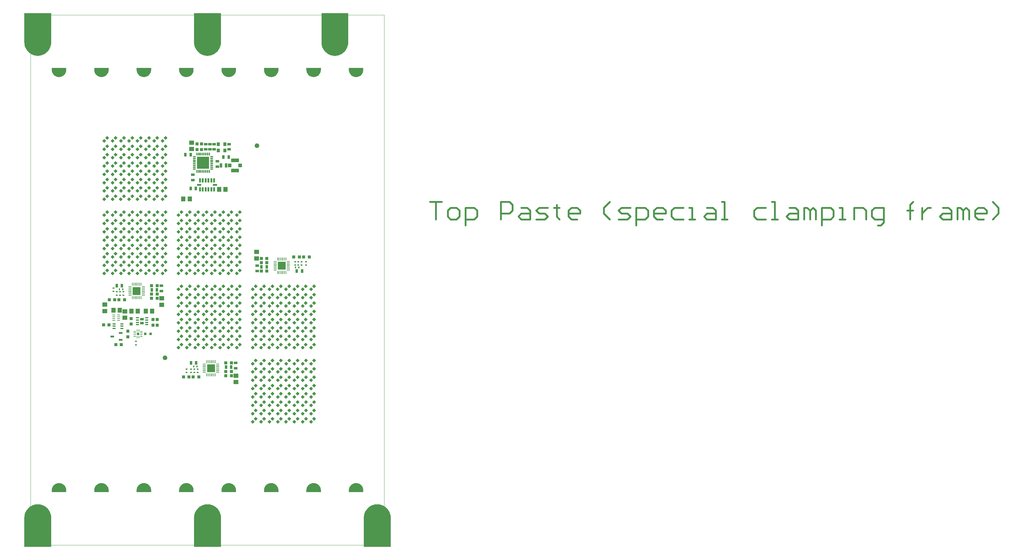
<source format=gtp>
G04*
G04 #@! TF.GenerationSoftware,Altium Limited,Altium Designer,20.1.11 (218)*
G04*
G04 Layer_Color=8421504*
%FSLAX25Y25*%
%MOIN*%
G70*
G04*
G04 #@! TF.SameCoordinates,46BD3A0D-DB86-42CC-8E7D-09D2F19248DD*
G04*
G04*
G04 #@! TF.FilePolarity,Positive*
G04*
G01*
G75*
%ADD11C,0.01968*%
%ADD13R,0.03347X0.03543*%
%ADD14R,0.02165X0.01575*%
%ADD15R,0.08976X0.08976*%
%ADD16R,0.00787X0.03543*%
%ADD17R,0.03543X0.00787*%
%ADD18R,0.03150X0.03937*%
%ADD19R,0.03937X0.03150*%
%ADD20R,0.01575X0.02165*%
%ADD21R,0.03543X0.00984*%
%ADD22R,0.05512X0.05118*%
%ADD23R,0.05118X0.05512*%
%ADD24R,0.03543X0.03347*%
%ADD27R,0.03543X0.01575*%
%ADD28O,0.02756X0.00984*%
%ADD29O,0.00984X0.02756*%
%ADD30R,0.02756X0.02756*%
%ADD31R,0.03150X0.03150*%
%ADD32R,0.03937X0.02362*%
%ADD33R,0.03543X0.01378*%
%ADD34R,0.13780X0.13780*%
%ADD35O,0.03347X0.01181*%
%ADD36O,0.01181X0.03347*%
%ADD37R,0.04528X0.01968*%
%ADD38R,0.01968X0.04528*%
%ADD39P,0.04454X4X180.0*%
%ADD40R,0.03543X0.03937*%
%ADD41R,0.03150X0.04528*%
%ADD43R,0.08661X0.03937*%
%ADD44R,0.03937X0.03937*%
%ADD59C,0.00000*%
%ADD60R,0.04331X0.03150*%
%ADD61C,0.05200*%
G36*
X-6893Y-53142D02*
Y-20672D01*
X-6857Y-19641D01*
X-6749Y-18616D01*
X-6570Y-17601D01*
X-6321Y-16600D01*
X-6002Y-15620D01*
X-5616Y-14664D01*
X-5164Y-13738D01*
X-4648Y-12845D01*
X-4072Y-11990D01*
X-3437Y-11178D01*
X-2748Y-10412D01*
X-2006Y-9696D01*
X-1216Y-9033D01*
X-382Y-8427D01*
X492Y-7881D01*
X1402Y-7396D01*
X2344Y-6977D01*
X3313Y-6625D01*
X4304Y-6341D01*
X5312Y-6126D01*
X6333Y-5983D01*
X7362Y-5911D01*
X8393D01*
X9421Y-5983D01*
X10442Y-6126D01*
X11450Y-6341D01*
X12441Y-6625D01*
X13410Y-6977D01*
X14352Y-7396D01*
X15262Y-7881D01*
X16137Y-8427D01*
X16971Y-9033D01*
X17760Y-9696D01*
X18502Y-10412D01*
X19192Y-11178D01*
X19826Y-11990D01*
X20403Y-12845D01*
X20918Y-13738D01*
X21370Y-14664D01*
X21756Y-15620D01*
X22075Y-16600D01*
X22324Y-17601D01*
X22503Y-18616D01*
X22611Y-19641D01*
X22647Y-20672D01*
X22637D01*
Y-53142D01*
X-6893D01*
D02*
G37*
G36*
X23607Y9838D02*
X23626Y10388D01*
X23684Y10935D01*
X23779Y11477D01*
X23913Y12010D01*
X24082Y12533D01*
X24289Y13043D01*
X24530Y13538D01*
X24805Y14014D01*
X25112Y14470D01*
X25451Y14904D01*
X25819Y15312D01*
X26215Y15694D01*
X26636Y16048D01*
X27081Y16371D01*
X27547Y16663D01*
X28033Y16921D01*
X28535Y17144D01*
X29052Y17333D01*
X29581Y17484D01*
X30119Y17598D01*
X30663Y17675D01*
X31212Y17713D01*
X31762D01*
X32311Y17675D01*
X32855Y17598D01*
X33394Y17484D01*
X33922Y17333D01*
X34439Y17144D01*
X34941Y16921D01*
X35427Y16663D01*
X35894Y16371D01*
X36339Y16048D01*
X36760Y15694D01*
X37156Y15312D01*
X37524Y14904D01*
X37862Y14470D01*
X38170Y14014D01*
X38445Y13538D01*
X38686Y13043D01*
X38892Y12533D01*
X39062Y12010D01*
X39195Y11477D01*
X39290Y10935D01*
X39348Y10388D01*
X39367Y9838D01*
Y7868D01*
X23617D01*
X23607Y9838D01*
D02*
G37*
G36*
X70847D02*
X70867Y10388D01*
X70924Y10935D01*
X71019Y11477D01*
X71152Y12010D01*
X71322Y12533D01*
X71528Y13043D01*
X71770Y13538D01*
X72044Y14014D01*
X72352Y14470D01*
X72690Y14904D01*
X73059Y15312D01*
X73454Y15694D01*
X73876Y16048D01*
X74321Y16371D01*
X74787Y16663D01*
X75273Y16921D01*
X75775Y17144D01*
X76292Y17333D01*
X76821Y17484D01*
X77359Y17598D01*
X77903Y17675D01*
X78452Y17713D01*
X79002D01*
X79551Y17675D01*
X80096Y17598D01*
X80633Y17484D01*
X81162Y17333D01*
X81679Y17144D01*
X82182Y16921D01*
X82667Y16663D01*
X83134Y16371D01*
X83579Y16048D01*
X84000Y15694D01*
X84396Y15312D01*
X84764Y14904D01*
X85102Y14470D01*
X85410Y14014D01*
X85685Y13538D01*
X85926Y13043D01*
X86132Y12533D01*
X86302Y12010D01*
X86435Y11477D01*
X86530Y10935D01*
X86588Y10388D01*
X86607Y9838D01*
Y7868D01*
X70857D01*
X70847Y9838D01*
D02*
G37*
G36*
X118097D02*
X118116Y10388D01*
X118174Y10935D01*
X118269Y11477D01*
X118402Y12010D01*
X118572Y12533D01*
X118778Y13043D01*
X119020Y13538D01*
X119295Y14014D01*
X119602Y14470D01*
X119940Y14904D01*
X120309Y15312D01*
X120704Y15694D01*
X121126Y16048D01*
X121571Y16371D01*
X122037Y16663D01*
X122523Y16921D01*
X123025Y17144D01*
X123542Y17333D01*
X124071Y17484D01*
X124609Y17598D01*
X125154Y17675D01*
X125702Y17713D01*
X126252D01*
X126801Y17675D01*
X127346Y17598D01*
X127883Y17484D01*
X128412Y17333D01*
X128929Y17144D01*
X129431Y16921D01*
X129917Y16663D01*
X130383Y16371D01*
X130829Y16048D01*
X131250Y15694D01*
X131646Y15312D01*
X132014Y14904D01*
X132352Y14470D01*
X132660Y14014D01*
X132935Y13538D01*
X133176Y13043D01*
X133382Y12533D01*
X133552Y12010D01*
X133685Y11477D01*
X133780Y10935D01*
X133838Y10388D01*
X133857Y9838D01*
Y7868D01*
X118107D01*
X118097Y9838D01*
D02*
G37*
G36*
X165337D02*
X165356Y10388D01*
X165414Y10935D01*
X165509Y11477D01*
X165642Y12010D01*
X165812Y12533D01*
X166018Y13043D01*
X166259Y13538D01*
X166535Y14014D01*
X166842Y14470D01*
X167181Y14904D01*
X167549Y15312D01*
X167945Y15694D01*
X168366Y16048D01*
X168811Y16371D01*
X169277Y16663D01*
X169763Y16921D01*
X170265Y17144D01*
X170782Y17333D01*
X171311Y17484D01*
X171849Y17598D01*
X172393Y17675D01*
X172942Y17713D01*
X173492D01*
X174041Y17675D01*
X174585Y17598D01*
X175124Y17484D01*
X175652Y17333D01*
X176169Y17144D01*
X176672Y16921D01*
X177157Y16663D01*
X177624Y16371D01*
X178068Y16048D01*
X178490Y15694D01*
X178885Y15312D01*
X179253Y14904D01*
X179592Y14470D01*
X179900Y14014D01*
X180175Y13538D01*
X180416Y13043D01*
X180622Y12533D01*
X180792Y12010D01*
X180925Y11477D01*
X181020Y10935D01*
X181078Y10388D01*
X181097Y9838D01*
Y7868D01*
X165347D01*
X165337Y9838D01*
D02*
G37*
G36*
X182077Y-53142D02*
Y-20672D01*
X182113Y-19641D01*
X182221Y-18616D01*
X182400Y-17601D01*
X182649Y-16600D01*
X182968Y-15620D01*
X183354Y-14664D01*
X183806Y-13738D01*
X184322Y-12845D01*
X184898Y-11990D01*
X185533Y-11178D01*
X186222Y-10412D01*
X186964Y-9696D01*
X187754Y-9033D01*
X188588Y-8427D01*
X189462Y-7881D01*
X190372Y-7396D01*
X191314Y-6977D01*
X192283Y-6625D01*
X193274Y-6341D01*
X194282Y-6126D01*
X195303Y-5983D01*
X196332Y-5911D01*
X197363D01*
X198391Y-5983D01*
X199412Y-6126D01*
X200420Y-6341D01*
X201411Y-6625D01*
X202380Y-6977D01*
X203322Y-7396D01*
X204232Y-7881D01*
X205106Y-8427D01*
X205941Y-9033D01*
X206730Y-9696D01*
X207472Y-10412D01*
X208162Y-11178D01*
X208796Y-11990D01*
X209373Y-12845D01*
X209888Y-13738D01*
X210340Y-14664D01*
X210726Y-15620D01*
X211045Y-16600D01*
X211295Y-17601D01*
X211473Y-18616D01*
X211581Y-19641D01*
X211617Y-20672D01*
X211607D01*
Y-53142D01*
X182077D01*
D02*
G37*
G36*
X212597Y7868D02*
Y9838D01*
X212616Y10387D01*
X212674Y10933D01*
X212769Y11474D01*
X212902Y12008D01*
X213072Y12530D01*
X213278Y13039D01*
X213519Y13533D01*
X213793Y14009D01*
X214100Y14464D01*
X214439Y14897D01*
X214806Y15305D01*
X215201Y15687D01*
X215622Y16040D01*
X216066Y16363D01*
X216532Y16654D01*
X217017Y16912D01*
X217519Y17135D01*
X218035Y17323D01*
X218563Y17474D01*
X219100Y17589D01*
X219644Y17665D01*
X220193Y17704D01*
X220742D01*
X221290Y17665D01*
X221834Y17589D01*
X222371Y17474D01*
X222899Y17323D01*
X223415Y17135D01*
X223917Y16912D01*
X224402Y16654D01*
X224868Y16363D01*
X225313Y16040D01*
X225733Y15687D01*
X226128Y15305D01*
X226496Y14897D01*
X226834Y14464D01*
X227141Y14009D01*
X227416Y13533D01*
X227657Y13039D01*
X227863Y12530D01*
X228032Y12008D01*
X228165Y11474D01*
X228261Y10933D01*
X228318Y10387D01*
X228337Y9838D01*
Y7868D01*
X212597D01*
D02*
G37*
G36*
X259827Y9838D02*
X259846Y10388D01*
X259904Y10935D01*
X259999Y11477D01*
X260132Y12010D01*
X260302Y12533D01*
X260508Y13043D01*
X260750Y13538D01*
X261024Y14014D01*
X261332Y14470D01*
X261671Y14904D01*
X262039Y15312D01*
X262434Y15694D01*
X262856Y16048D01*
X263301Y16371D01*
X263767Y16663D01*
X264253Y16921D01*
X264755Y17144D01*
X265272Y17333D01*
X265801Y17484D01*
X266339Y17598D01*
X266883Y17675D01*
X267432Y17713D01*
X267982D01*
X268531Y17675D01*
X269076Y17598D01*
X269613Y17484D01*
X270142Y17333D01*
X270659Y17144D01*
X271161Y16921D01*
X271647Y16663D01*
X272114Y16371D01*
X272559Y16048D01*
X272980Y15694D01*
X273376Y15312D01*
X273744Y14904D01*
X274082Y14470D01*
X274390Y14014D01*
X274665Y13538D01*
X274906Y13043D01*
X275112Y12533D01*
X275282Y12010D01*
X275415Y11477D01*
X275511Y10935D01*
X275568Y10388D01*
X275587Y9838D01*
Y7868D01*
X259837D01*
X259827Y9838D01*
D02*
G37*
G36*
X307067D02*
X307086Y10388D01*
X307144Y10935D01*
X307239Y11477D01*
X307372Y12010D01*
X307542Y12533D01*
X307748Y13043D01*
X307989Y13538D01*
X308265Y14014D01*
X308572Y14470D01*
X308911Y14904D01*
X309279Y15312D01*
X309674Y15694D01*
X310096Y16048D01*
X310541Y16371D01*
X311007Y16663D01*
X311493Y16921D01*
X311995Y17144D01*
X312512Y17333D01*
X313041Y17484D01*
X313579Y17598D01*
X314124Y17675D01*
X314672Y17713D01*
X315222D01*
X315771Y17675D01*
X316315Y17598D01*
X316853Y17484D01*
X317382Y17333D01*
X317899Y17144D01*
X318402Y16921D01*
X318887Y16663D01*
X319354Y16371D01*
X319798Y16048D01*
X320220Y15694D01*
X320616Y15312D01*
X320983Y14904D01*
X321322Y14470D01*
X321630Y14014D01*
X321905Y13538D01*
X322146Y13043D01*
X322352Y12533D01*
X322522Y12010D01*
X322655Y11477D01*
X322750Y10935D01*
X322808Y10388D01*
X322827Y9838D01*
Y7868D01*
X307077D01*
X307067Y9838D01*
D02*
G37*
G36*
X354317D02*
X354336Y10388D01*
X354394Y10935D01*
X354489Y11477D01*
X354622Y12010D01*
X354792Y12533D01*
X354998Y13043D01*
X355239Y13538D01*
X355515Y14014D01*
X355822Y14470D01*
X356161Y14904D01*
X356529Y15312D01*
X356924Y15694D01*
X357346Y16048D01*
X357790Y16371D01*
X358257Y16663D01*
X358743Y16921D01*
X359245Y17144D01*
X359762Y17333D01*
X360291Y17484D01*
X360829Y17598D01*
X361374Y17675D01*
X361922Y17713D01*
X362472D01*
X363021Y17675D01*
X363565Y17598D01*
X364104Y17484D01*
X364632Y17333D01*
X365149Y17144D01*
X365652Y16921D01*
X366137Y16663D01*
X366603Y16371D01*
X367048Y16048D01*
X367470Y15694D01*
X367866Y15312D01*
X368233Y14904D01*
X368572Y14470D01*
X368880Y14014D01*
X369155Y13538D01*
X369396Y13043D01*
X369602Y12533D01*
X369772Y12010D01*
X369905Y11477D01*
X370000Y10935D01*
X370058Y10388D01*
X370077Y9838D01*
Y7868D01*
X354327D01*
X354317Y9838D01*
D02*
G37*
G36*
X371057Y-53142D02*
Y-20672D01*
X371093Y-19641D01*
X371201Y-18616D01*
X371380Y-17601D01*
X371629Y-16600D01*
X371948Y-15620D01*
X372334Y-14664D01*
X372786Y-13738D01*
X373302Y-12845D01*
X373878Y-11990D01*
X374513Y-11178D01*
X375202Y-10412D01*
X375944Y-9696D01*
X376734Y-9033D01*
X377568Y-8427D01*
X378442Y-7881D01*
X379352Y-7396D01*
X380294Y-6977D01*
X381263Y-6625D01*
X382254Y-6341D01*
X383262Y-6126D01*
X384283Y-5983D01*
X385312Y-5911D01*
X386343D01*
X387371Y-5983D01*
X388392Y-6126D01*
X389400Y-6341D01*
X390391Y-6625D01*
X391360Y-6977D01*
X392302Y-7396D01*
X393212Y-7881D01*
X394087Y-8427D01*
X394920Y-9033D01*
X395710Y-9696D01*
X396452Y-10412D01*
X397142Y-11178D01*
X397776Y-11990D01*
X398353Y-12845D01*
X398868Y-13738D01*
X399320Y-14664D01*
X399706Y-15620D01*
X400025Y-16600D01*
X400274Y-17601D01*
X400454Y-18616D01*
X400561Y-19641D01*
X400597Y-20672D01*
X400587D01*
Y-53142D01*
X371057D01*
D02*
G37*
G36*
X26636Y472127D02*
X27081Y471804D01*
X27547Y471512D01*
X28033Y471253D01*
X28535Y471030D01*
X29052Y470842D01*
X29581Y470690D01*
X30119Y470576D01*
X30663Y470499D01*
X31212Y470461D01*
X31762D01*
X32311Y470499D01*
X32855Y470576D01*
X33394Y470690D01*
X33922Y470842D01*
X34439Y471030D01*
X34941Y471253D01*
X35427Y471512D01*
X35894Y471804D01*
X36339Y472127D01*
X36760Y472480D01*
X37156Y472862D01*
X37524Y473271D01*
X37862Y473704D01*
X38170Y474161D01*
X38445Y474637D01*
X38686Y475131D01*
X38892Y475641D01*
X39062Y476164D01*
X39195Y476698D01*
X39290Y477239D01*
X39348Y477787D01*
X39367Y478336D01*
Y480306D01*
X23617D01*
Y478336D01*
X23607D01*
X23626Y477787D01*
X23684Y477239D01*
X23779Y476698D01*
X23913Y476164D01*
X24082Y475641D01*
X24289Y475131D01*
X24530Y474637D01*
X24805Y474161D01*
X25112Y473704D01*
X25451Y473271D01*
X25819Y472862D01*
X26215Y472480D01*
X26636Y472127D01*
D02*
G37*
G36*
X-1226Y497217D02*
X-392Y496611D01*
X482Y496065D01*
X1393Y495581D01*
X2334Y495162D01*
X3303Y494809D01*
X4294Y494525D01*
X5302Y494311D01*
X6323Y494167D01*
X7352Y494095D01*
X8383D01*
X9411Y494167D01*
X10432Y494311D01*
X11440Y494525D01*
X12432Y494809D01*
X13400Y495162D01*
X14342Y495581D01*
X15252Y496065D01*
X16126Y496611D01*
X16961Y497217D01*
X17750Y497880D01*
X18492Y498596D01*
X19182Y499362D01*
X19816Y500175D01*
X20393Y501029D01*
X20908Y501922D01*
X21360Y502849D01*
X21746Y503805D01*
X22065Y504785D01*
X22314Y505785D01*
X22493Y506801D01*
X22601Y507826D01*
X22637Y508856D01*
Y541336D01*
X-6893D01*
Y508856D01*
X-6903D01*
X-6867Y507826D01*
X-6759Y506801D01*
X-6580Y505785D01*
X-6331Y504785D01*
X-6012Y503805D01*
X-5626Y502849D01*
X-5174Y501922D01*
X-4659Y501029D01*
X-4082Y500175D01*
X-3447Y499362D01*
X-2757Y498596D01*
X-2016Y497880D01*
X-1226Y497217D01*
D02*
G37*
G36*
X73876Y472127D02*
X74321Y471804D01*
X74787Y471512D01*
X75273Y471253D01*
X75775Y471030D01*
X76292Y470842D01*
X76821Y470690D01*
X77359Y470576D01*
X77903Y470499D01*
X78452Y470461D01*
X79002D01*
X79551Y470499D01*
X80096Y470576D01*
X80633Y470690D01*
X81162Y470842D01*
X81679Y471030D01*
X82182Y471253D01*
X82667Y471512D01*
X83134Y471804D01*
X83579Y472127D01*
X84000Y472480D01*
X84396Y472862D01*
X84764Y473271D01*
X85102Y473704D01*
X85410Y474161D01*
X85685Y474637D01*
X85926Y475131D01*
X86132Y475641D01*
X86302Y476164D01*
X86435Y476698D01*
X86530Y477239D01*
X86588Y477787D01*
X86607Y478336D01*
Y480306D01*
X70857D01*
Y478336D01*
X70847D01*
X70867Y477787D01*
X70924Y477239D01*
X71019Y476698D01*
X71152Y476164D01*
X71322Y475641D01*
X71528Y475131D01*
X71770Y474637D01*
X72044Y474161D01*
X72352Y473704D01*
X72690Y473271D01*
X73059Y472862D01*
X73454Y472480D01*
X73876Y472127D01*
D02*
G37*
G36*
X121126D02*
X121571Y471804D01*
X122037Y471512D01*
X122523Y471253D01*
X123025Y471030D01*
X123542Y470842D01*
X124071Y470690D01*
X124609Y470576D01*
X125154Y470499D01*
X125702Y470461D01*
X126252D01*
X126801Y470499D01*
X127346Y470576D01*
X127883Y470690D01*
X128412Y470842D01*
X128929Y471030D01*
X129431Y471253D01*
X129917Y471512D01*
X130383Y471804D01*
X130829Y472127D01*
X131250Y472480D01*
X131646Y472862D01*
X132014Y473271D01*
X132352Y473704D01*
X132660Y474161D01*
X132935Y474637D01*
X133176Y475131D01*
X133382Y475641D01*
X133552Y476164D01*
X133685Y476698D01*
X133780Y477239D01*
X133838Y477787D01*
X133857Y478336D01*
Y480306D01*
X118107D01*
Y478336D01*
X118097D01*
X118116Y477787D01*
X118174Y477239D01*
X118269Y476698D01*
X118402Y476164D01*
X118572Y475641D01*
X118778Y475131D01*
X119020Y474637D01*
X119295Y474161D01*
X119602Y473704D01*
X119940Y473271D01*
X120309Y472862D01*
X120704Y472480D01*
X121126Y472127D01*
D02*
G37*
G36*
X168366D02*
X168811Y471804D01*
X169277Y471512D01*
X169763Y471253D01*
X170265Y471030D01*
X170782Y470842D01*
X171311Y470690D01*
X171849Y470576D01*
X172393Y470499D01*
X172942Y470461D01*
X173492D01*
X174041Y470499D01*
X174585Y470576D01*
X175124Y470690D01*
X175652Y470842D01*
X176169Y471030D01*
X176672Y471253D01*
X177157Y471512D01*
X177624Y471804D01*
X178068Y472127D01*
X178490Y472480D01*
X178885Y472862D01*
X179253Y473271D01*
X179592Y473704D01*
X179900Y474161D01*
X180175Y474637D01*
X180416Y475131D01*
X180622Y475641D01*
X180792Y476164D01*
X180925Y476698D01*
X181020Y477239D01*
X181078Y477787D01*
X181097Y478336D01*
Y480306D01*
X165347D01*
Y478336D01*
X165337D01*
X165356Y477787D01*
X165414Y477239D01*
X165509Y476698D01*
X165642Y476164D01*
X165812Y475641D01*
X166018Y475131D01*
X166259Y474637D01*
X166535Y474161D01*
X166842Y473704D01*
X167181Y473271D01*
X167549Y472862D01*
X167945Y472480D01*
X168366Y472127D01*
D02*
G37*
G36*
X187744Y497217D02*
X188578Y496611D01*
X189452Y496065D01*
X190363Y495581D01*
X191304Y495162D01*
X192273Y494809D01*
X193264Y494525D01*
X194272Y494311D01*
X195293Y494167D01*
X196322Y494095D01*
X197353D01*
X198381Y494167D01*
X199402Y494311D01*
X200410Y494525D01*
X201401Y494809D01*
X202370Y495162D01*
X203312Y495581D01*
X204222Y496065D01*
X205096Y496611D01*
X205930Y497217D01*
X206720Y497880D01*
X207462Y498596D01*
X208152Y499362D01*
X208786Y500175D01*
X209363Y501029D01*
X209878Y501922D01*
X210330Y502849D01*
X210717Y503805D01*
X211035Y504785D01*
X211284Y505785D01*
X211463Y506801D01*
X211571Y507826D01*
X211607Y508856D01*
Y541336D01*
X182077D01*
Y508856D01*
X182067D01*
X182103Y507826D01*
X182211Y506801D01*
X182390Y505785D01*
X182639Y504785D01*
X182958Y503805D01*
X183344Y502849D01*
X183796Y501922D01*
X184311Y501029D01*
X184888Y500175D01*
X185523Y499362D01*
X186213Y498596D01*
X186954Y497880D01*
X187744Y497217D01*
D02*
G37*
G36*
X215622Y472135D02*
X216066Y471812D01*
X216532Y471521D01*
X217017Y471263D01*
X217519Y471039D01*
X218035Y470852D01*
X218563Y470700D01*
X219100Y470586D01*
X219644Y470509D01*
X220193Y470471D01*
X220742D01*
X221290Y470509D01*
X221834Y470586D01*
X222371Y470700D01*
X222899Y470852D01*
X223415Y471039D01*
X223917Y471263D01*
X224402Y471521D01*
X224868Y471812D01*
X225313Y472135D01*
X225733Y472488D01*
X226128Y472869D01*
X226496Y473278D01*
X226834Y473710D01*
X227141Y474166D01*
X227416Y474641D01*
X227657Y475135D01*
X227863Y475644D01*
X228032Y476167D01*
X228165Y476700D01*
X228261Y477241D01*
X228318Y477787D01*
X228337Y478336D01*
Y480306D01*
X212597D01*
Y478336D01*
X212616Y477787D01*
X212674Y477241D01*
X212769Y476700D01*
X212902Y476167D01*
X213072Y475644D01*
X213278Y475135D01*
X213519Y474641D01*
X213793Y474166D01*
X214100Y473710D01*
X214439Y473278D01*
X214806Y472869D01*
X215201Y472488D01*
X215622Y472135D01*
D02*
G37*
G36*
X262856Y472127D02*
X263301Y471804D01*
X263767Y471512D01*
X264253Y471253D01*
X264755Y471030D01*
X265272Y470842D01*
X265801Y470690D01*
X266339Y470576D01*
X266883Y470499D01*
X267432Y470461D01*
X267982D01*
X268531Y470499D01*
X269076Y470576D01*
X269613Y470690D01*
X270142Y470842D01*
X270659Y471030D01*
X271161Y471253D01*
X271647Y471512D01*
X272114Y471804D01*
X272559Y472127D01*
X272980Y472480D01*
X273376Y472862D01*
X273744Y473271D01*
X274082Y473704D01*
X274390Y474161D01*
X274665Y474637D01*
X274906Y475131D01*
X275112Y475641D01*
X275282Y476164D01*
X275415Y476698D01*
X275511Y477239D01*
X275568Y477787D01*
X275587Y478336D01*
Y480306D01*
X259837D01*
Y478336D01*
X259827D01*
X259846Y477787D01*
X259904Y477239D01*
X259999Y476698D01*
X260132Y476164D01*
X260302Y475641D01*
X260508Y475131D01*
X260750Y474637D01*
X261024Y474161D01*
X261332Y473704D01*
X261671Y473271D01*
X262039Y472862D01*
X262434Y472480D01*
X262856Y472127D01*
D02*
G37*
G36*
X310096D02*
X310541Y471804D01*
X311007Y471512D01*
X311493Y471253D01*
X311995Y471030D01*
X312512Y470842D01*
X313041Y470690D01*
X313579Y470576D01*
X314124Y470499D01*
X314672Y470461D01*
X315222D01*
X315771Y470499D01*
X316315Y470576D01*
X316853Y470690D01*
X317382Y470842D01*
X317899Y471030D01*
X318402Y471253D01*
X318887Y471512D01*
X319354Y471804D01*
X319798Y472127D01*
X320220Y472480D01*
X320616Y472862D01*
X320983Y473271D01*
X321322Y473704D01*
X321630Y474161D01*
X321905Y474637D01*
X322146Y475131D01*
X322352Y475641D01*
X322522Y476164D01*
X322655Y476698D01*
X322750Y477239D01*
X322808Y477787D01*
X322827Y478336D01*
Y480306D01*
X307077D01*
Y478336D01*
X307067D01*
X307086Y477787D01*
X307144Y477239D01*
X307239Y476698D01*
X307372Y476164D01*
X307542Y475641D01*
X307748Y475131D01*
X307989Y474637D01*
X308265Y474161D01*
X308572Y473704D01*
X308911Y473271D01*
X309279Y472862D01*
X309674Y472480D01*
X310096Y472127D01*
D02*
G37*
G36*
X357346D02*
X357790Y471804D01*
X358257Y471512D01*
X358743Y471253D01*
X359245Y471030D01*
X359762Y470842D01*
X360291Y470690D01*
X360829Y470576D01*
X361374Y470499D01*
X361922Y470461D01*
X362472D01*
X363021Y470499D01*
X363565Y470576D01*
X364104Y470690D01*
X364632Y470842D01*
X365149Y471030D01*
X365652Y471253D01*
X366137Y471512D01*
X366603Y471804D01*
X367048Y472127D01*
X367470Y472480D01*
X367866Y472862D01*
X368233Y473271D01*
X368572Y473704D01*
X368880Y474161D01*
X369155Y474637D01*
X369396Y475131D01*
X369602Y475641D01*
X369772Y476164D01*
X369905Y476698D01*
X370000Y477239D01*
X370058Y477787D01*
X370077Y478336D01*
Y480306D01*
X354327D01*
Y478336D01*
X354317D01*
X354336Y477787D01*
X354394Y477239D01*
X354489Y476698D01*
X354622Y476164D01*
X354792Y475641D01*
X354998Y475131D01*
X355239Y474637D01*
X355515Y474161D01*
X355822Y473704D01*
X356161Y473271D01*
X356529Y472862D01*
X356924Y472480D01*
X357346Y472127D01*
D02*
G37*
G36*
X336014Y494320D02*
X337034Y494177D01*
X338062Y494105D01*
X339092D01*
X340120Y494177D01*
X341140Y494320D01*
X342148Y494535D01*
X343138Y494818D01*
X344106Y495171D01*
X345048Y495590D01*
X345957Y496074D01*
X346831Y496620D01*
X347664Y497225D01*
X348453Y497887D01*
X349195Y498603D01*
X349884Y499368D01*
X350518Y500180D01*
X351095Y501035D01*
X351609Y501927D01*
X352061Y502853D01*
X352447Y503808D01*
X352765Y504788D01*
X353015Y505787D01*
X353194Y506802D01*
X353301Y507827D01*
X353337Y508856D01*
Y541336D01*
X323817D01*
Y508856D01*
X323853Y507827D01*
X323961Y506802D01*
X324140Y505787D01*
X324389Y504788D01*
X324708Y503808D01*
X325093Y502853D01*
X325545Y501927D01*
X326060Y501035D01*
X326636Y500180D01*
X327271Y499368D01*
X327960Y498603D01*
X328701Y497887D01*
X329490Y497225D01*
X330324Y496620D01*
X331197Y496074D01*
X332107Y495590D01*
X333048Y495171D01*
X334016Y494818D01*
X335006Y494535D01*
X336014Y494320D01*
D02*
G37*
D11*
X444776Y331041D02*
X457895D01*
X451335D01*
Y311363D01*
X467734D02*
X474294D01*
X477573Y314643D01*
Y321202D01*
X474294Y324482D01*
X467734D01*
X464454Y321202D01*
Y314643D01*
X467734Y311363D01*
X484133Y304803D02*
Y324482D01*
X493972D01*
X497252Y321202D01*
Y314643D01*
X493972Y311363D01*
X484133D01*
X523490D02*
Y331041D01*
X533330D01*
X536609Y327762D01*
Y321202D01*
X533330Y317922D01*
X523490D01*
X546449Y324482D02*
X553008D01*
X556288Y321202D01*
Y311363D01*
X546449D01*
X543169Y314643D01*
X546449Y317922D01*
X556288D01*
X562848Y311363D02*
X572687D01*
X575967Y314643D01*
X572687Y317922D01*
X566127D01*
X562848Y321202D01*
X566127Y324482D01*
X575967D01*
X585806Y327762D02*
Y324482D01*
X582526D01*
X589086D01*
X585806D01*
Y314643D01*
X589086Y311363D01*
X608765D02*
X602205D01*
X598925Y314643D01*
Y321202D01*
X602205Y324482D01*
X608765D01*
X612044Y321202D01*
Y317922D01*
X598925D01*
X644842Y311363D02*
X638283Y317922D01*
Y324482D01*
X644842Y331041D01*
X654681Y311363D02*
X664521D01*
X667801Y314643D01*
X664521Y317922D01*
X657961D01*
X654681Y321202D01*
X657961Y324482D01*
X667801D01*
X674360Y304803D02*
Y324482D01*
X684199D01*
X687479Y321202D01*
Y314643D01*
X684199Y311363D01*
X674360D01*
X703878D02*
X697319D01*
X694039Y314643D01*
Y321202D01*
X697319Y324482D01*
X703878D01*
X707158Y321202D01*
Y317922D01*
X694039D01*
X726837Y324482D02*
X716997D01*
X713718Y321202D01*
Y314643D01*
X716997Y311363D01*
X726837D01*
X733396D02*
X739956D01*
X736676D01*
Y324482D01*
X733396D01*
X753075D02*
X759634D01*
X762914Y321202D01*
Y311363D01*
X753075D01*
X749795Y314643D01*
X753075Y317922D01*
X762914D01*
X769474Y311363D02*
X776033D01*
X772754D01*
Y331041D01*
X769474D01*
X818670Y324482D02*
X808831D01*
X805551Y321202D01*
Y314643D01*
X808831Y311363D01*
X818670D01*
X825230D02*
X831790D01*
X828510D01*
Y331041D01*
X825230D01*
X844909Y324482D02*
X851468D01*
X854748Y321202D01*
Y311363D01*
X844909D01*
X841629Y314643D01*
X844909Y317922D01*
X854748D01*
X861308Y311363D02*
Y324482D01*
X864587D01*
X867867Y321202D01*
Y311363D01*
Y321202D01*
X871147Y324482D01*
X874427Y321202D01*
Y311363D01*
X880986Y304803D02*
Y324482D01*
X890826D01*
X894105Y321202D01*
Y314643D01*
X890826Y311363D01*
X880986D01*
X900665D02*
X907225D01*
X903945D01*
Y324482D01*
X900665D01*
X917064Y311363D02*
Y324482D01*
X926903D01*
X930183Y321202D01*
Y311363D01*
X943302Y304803D02*
X946582D01*
X949862Y308083D01*
Y324482D01*
X940022D01*
X936743Y321202D01*
Y314643D01*
X940022Y311363D01*
X949862D01*
X979380D02*
Y327762D01*
Y321202D01*
X976100D01*
X982660D01*
X979380D01*
Y327762D01*
X982660Y331041D01*
X992499Y324482D02*
Y311363D01*
Y317922D01*
X995779Y321202D01*
X999058Y324482D01*
X1002338D01*
X1015457D02*
X1022017D01*
X1025297Y321202D01*
Y311363D01*
X1015457D01*
X1012177Y314643D01*
X1015457Y317922D01*
X1025297D01*
X1031856Y311363D02*
Y324482D01*
X1035136D01*
X1038416Y321202D01*
Y311363D01*
Y321202D01*
X1041695Y324482D01*
X1044975Y321202D01*
Y311363D01*
X1061374D02*
X1054815D01*
X1051535Y314643D01*
Y321202D01*
X1054815Y324482D01*
X1061374D01*
X1064654Y321202D01*
Y317922D01*
X1051535D01*
X1071214Y311363D02*
X1077773Y317922D01*
Y324482D01*
X1071214Y331041D01*
D13*
X134744Y237697D02*
D03*
X140847D02*
D03*
X104527Y221949D02*
D03*
X98425D02*
D03*
X93602D02*
D03*
X87500D02*
D03*
X140847Y228248D02*
D03*
X134744D02*
D03*
Y223524D02*
D03*
X140847D02*
D03*
X81201Y194095D02*
D03*
X87303D02*
D03*
X101083Y172047D02*
D03*
X94980D02*
D03*
X217421Y137402D02*
D03*
X223524D02*
D03*
Y142126D02*
D03*
X217421D02*
D03*
X176279Y135827D02*
D03*
X170177D02*
D03*
X187205D02*
D03*
X181102D02*
D03*
X262894Y268110D02*
D03*
X256791D02*
D03*
Y263386D02*
D03*
X262894D02*
D03*
X304035Y269685D02*
D03*
X310138D02*
D03*
X293110D02*
D03*
X299213D02*
D03*
X223524Y151575D02*
D03*
X217421D02*
D03*
X262894Y253937D02*
D03*
X256791D02*
D03*
D14*
X92126Y231181D02*
D03*
Y234961D02*
D03*
X96063Y227146D02*
D03*
Y230925D02*
D03*
X103150D02*
D03*
Y227146D02*
D03*
X99606D02*
D03*
Y230925D02*
D03*
X117323Y171732D02*
D03*
Y175512D02*
D03*
X182283Y141024D02*
D03*
Y144803D02*
D03*
X185827D02*
D03*
Y141024D02*
D03*
X178740D02*
D03*
Y144803D02*
D03*
X173622D02*
D03*
Y141024D02*
D03*
X298031Y264488D02*
D03*
Y260709D02*
D03*
X294488D02*
D03*
Y264488D02*
D03*
X301575D02*
D03*
Y260709D02*
D03*
X306693D02*
D03*
Y264488D02*
D03*
D15*
X118110Y231791D02*
D03*
X200787Y145669D02*
D03*
X279528Y259842D02*
D03*
D16*
X122835Y224409D02*
D03*
X121260D02*
D03*
X119685D02*
D03*
X118110D02*
D03*
X116535D02*
D03*
X114961D02*
D03*
X113386D02*
D03*
Y239173D02*
D03*
X114961D02*
D03*
X116535D02*
D03*
X118110D02*
D03*
X119685D02*
D03*
X121260D02*
D03*
X122835D02*
D03*
X205512Y153051D02*
D03*
X203937D02*
D03*
X202362D02*
D03*
X200787D02*
D03*
X199213D02*
D03*
X197638D02*
D03*
X196063D02*
D03*
Y138287D02*
D03*
X197638D02*
D03*
X199213D02*
D03*
X200787D02*
D03*
X202362D02*
D03*
X203937D02*
D03*
X205512D02*
D03*
X274803Y267224D02*
D03*
X276378D02*
D03*
X277953D02*
D03*
X279528D02*
D03*
X281102D02*
D03*
X282677D02*
D03*
X284252D02*
D03*
Y252461D02*
D03*
X282677D02*
D03*
X281102D02*
D03*
X279528D02*
D03*
X277953D02*
D03*
X276378D02*
D03*
X274803D02*
D03*
D17*
X110728Y227067D02*
D03*
Y228642D02*
D03*
Y230217D02*
D03*
Y231791D02*
D03*
Y233366D02*
D03*
Y234941D02*
D03*
Y236516D02*
D03*
X125492D02*
D03*
Y234941D02*
D03*
Y233366D02*
D03*
Y231791D02*
D03*
Y230217D02*
D03*
Y228642D02*
D03*
Y227067D02*
D03*
X208169Y140945D02*
D03*
Y142520D02*
D03*
Y144095D02*
D03*
Y145669D02*
D03*
Y147244D02*
D03*
Y148819D02*
D03*
Y150394D02*
D03*
X193405D02*
D03*
Y148819D02*
D03*
Y147244D02*
D03*
Y145669D02*
D03*
Y144095D02*
D03*
Y142520D02*
D03*
Y140945D02*
D03*
X286909Y264567D02*
D03*
Y262992D02*
D03*
Y261417D02*
D03*
Y259842D02*
D03*
Y258268D02*
D03*
Y256693D02*
D03*
Y255118D02*
D03*
X272146D02*
D03*
Y256693D02*
D03*
Y258268D02*
D03*
Y259842D02*
D03*
Y261417D02*
D03*
Y262992D02*
D03*
Y264567D02*
D03*
D18*
X140748Y232972D02*
D03*
X134843D02*
D03*
X95866Y237697D02*
D03*
X101772D02*
D03*
X184055Y346063D02*
D03*
X178150D02*
D03*
X184449Y151575D02*
D03*
X178543D02*
D03*
X223425Y146850D02*
D03*
X217520D02*
D03*
X262795Y258661D02*
D03*
X256890D02*
D03*
X302165Y253937D02*
D03*
X296260D02*
D03*
X172382Y383583D02*
D03*
X178287D02*
D03*
X214567Y380906D02*
D03*
X220472D02*
D03*
D19*
X145472Y237697D02*
D03*
Y231791D02*
D03*
X228150Y151575D02*
D03*
Y145669D02*
D03*
X252165Y259842D02*
D03*
Y253937D02*
D03*
X194882Y389567D02*
D03*
Y395472D02*
D03*
X199606D02*
D03*
Y389567D02*
D03*
X180709Y355315D02*
D03*
Y361221D02*
D03*
X204331Y395472D02*
D03*
Y389567D02*
D03*
X220866Y395472D02*
D03*
Y389567D02*
D03*
X207874Y370276D02*
D03*
Y376181D02*
D03*
D20*
X102677Y233760D02*
D03*
X98898D02*
D03*
X181575Y147638D02*
D03*
X185354D02*
D03*
X294961Y257874D02*
D03*
X298740D02*
D03*
D21*
X92716Y204921D02*
D03*
Y202953D02*
D03*
Y200984D02*
D03*
Y199016D02*
D03*
X97835Y204921D02*
D03*
Y202953D02*
D03*
Y200984D02*
D03*
Y199016D02*
D03*
D22*
X105118Y201969D02*
D03*
Y209055D02*
D03*
X82677Y216535D02*
D03*
Y209449D02*
D03*
X146063Y216437D02*
D03*
Y223524D02*
D03*
X251575Y275197D02*
D03*
Y268110D02*
D03*
X228740Y130315D02*
D03*
Y137402D02*
D03*
X179272Y396969D02*
D03*
Y389882D02*
D03*
D23*
X92126Y210236D02*
D03*
X99213D02*
D03*
X128347Y209449D02*
D03*
X135433D02*
D03*
X170079Y334252D02*
D03*
X177165D02*
D03*
X119291Y209449D02*
D03*
X112205D02*
D03*
X216929Y344882D02*
D03*
X209842D02*
D03*
D24*
X111811Y201083D02*
D03*
Y194980D02*
D03*
X108268Y186909D02*
D03*
Y180807D02*
D03*
X140945Y199902D02*
D03*
Y193799D02*
D03*
X136221Y199902D02*
D03*
Y193799D02*
D03*
X190157Y395571D02*
D03*
Y389469D02*
D03*
X185433Y395571D02*
D03*
Y389469D02*
D03*
D27*
X129134Y201870D02*
D03*
Y199311D02*
D03*
Y196752D02*
D03*
Y194193D02*
D03*
X118898D02*
D03*
Y196752D02*
D03*
Y199311D02*
D03*
Y201870D02*
D03*
D28*
X123327Y180905D02*
D03*
Y182874D02*
D03*
Y184843D02*
D03*
Y186811D02*
D03*
X116043D02*
D03*
Y184843D02*
D03*
Y182874D02*
D03*
Y180905D02*
D03*
D29*
X120669Y187500D02*
D03*
X118701D02*
D03*
Y180217D02*
D03*
X120669D02*
D03*
D30*
X119685Y183858D02*
D03*
D31*
X133661Y184055D02*
D03*
X127756D02*
D03*
D32*
X90945Y181102D02*
D03*
X100394Y184843D02*
D03*
Y177362D02*
D03*
D33*
X101673Y195079D02*
D03*
Y192520D02*
D03*
Y189961D02*
D03*
X92815D02*
D03*
Y192520D02*
D03*
Y195079D02*
D03*
D34*
X192067Y374528D02*
D03*
D35*
X182421Y381417D02*
D03*
Y379449D02*
D03*
Y377480D02*
D03*
Y375512D02*
D03*
Y373543D02*
D03*
Y371575D02*
D03*
Y369606D02*
D03*
Y367638D02*
D03*
X201713D02*
D03*
Y369606D02*
D03*
Y371575D02*
D03*
Y373543D02*
D03*
Y375512D02*
D03*
Y377480D02*
D03*
Y379449D02*
D03*
Y381417D02*
D03*
D36*
X185177Y364882D02*
D03*
X187146D02*
D03*
X189114D02*
D03*
X191083D02*
D03*
X193051D02*
D03*
X195020D02*
D03*
X196988D02*
D03*
X198957D02*
D03*
Y384173D02*
D03*
X196988D02*
D03*
X195020D02*
D03*
X193051D02*
D03*
X191083D02*
D03*
X189114D02*
D03*
X187146D02*
D03*
X185177D02*
D03*
D37*
X187598Y350000D02*
D03*
X205315D02*
D03*
D38*
X188583Y354921D02*
D03*
X191732D02*
D03*
X194882D02*
D03*
X198031D02*
D03*
X201181D02*
D03*
X204331D02*
D03*
Y345079D02*
D03*
X201181D02*
D03*
X198031D02*
D03*
X194882D02*
D03*
X191732D02*
D03*
X188583D02*
D03*
D39*
X85401Y402330D02*
D03*
X81921Y398851D02*
D03*
X91205D02*
D03*
X94685Y402330D02*
D03*
X103972D02*
D03*
X100492Y398851D02*
D03*
X109776D02*
D03*
X113256Y402330D02*
D03*
X122539D02*
D03*
X119059Y398851D02*
D03*
X128343D02*
D03*
X131823Y402330D02*
D03*
X141110D02*
D03*
X137630Y398851D02*
D03*
X146914D02*
D03*
X150393Y402330D02*
D03*
X146914Y251213D02*
D03*
X150393Y254693D02*
D03*
X141110D02*
D03*
X137630Y251213D02*
D03*
X128343D02*
D03*
X131823Y254693D02*
D03*
X122539D02*
D03*
X119059Y251213D02*
D03*
X109776D02*
D03*
X113256Y254693D02*
D03*
X103972D02*
D03*
X100492Y251213D02*
D03*
X91205D02*
D03*
X94685Y254693D02*
D03*
X85401D02*
D03*
X81921Y251213D02*
D03*
X168047Y319653D02*
D03*
X164567Y316174D02*
D03*
X173851D02*
D03*
X177331Y319653D02*
D03*
X186618D02*
D03*
X183138Y316174D02*
D03*
X192421D02*
D03*
X195901Y319653D02*
D03*
X205185D02*
D03*
X201705Y316174D02*
D03*
X210988D02*
D03*
X214468Y319653D02*
D03*
X223756D02*
D03*
X220276Y316174D02*
D03*
X229559D02*
D03*
X233039Y319653D02*
D03*
X85401Y393051D02*
D03*
X81921Y389571D02*
D03*
X91205D02*
D03*
X94685Y393051D02*
D03*
X103972D02*
D03*
X100492Y389571D02*
D03*
X109776D02*
D03*
X113256Y393051D02*
D03*
X122539D02*
D03*
X119059Y389571D02*
D03*
X128343D02*
D03*
X131823Y393051D02*
D03*
X141110D02*
D03*
X137630Y389571D02*
D03*
X146914D02*
D03*
X150393Y393051D02*
D03*
X146914Y260492D02*
D03*
X150393Y263972D02*
D03*
X141110D02*
D03*
X137630Y260492D02*
D03*
X128343D02*
D03*
X131823Y263972D02*
D03*
X122539D02*
D03*
X119059Y260492D02*
D03*
X109776D02*
D03*
X113256Y263972D02*
D03*
X103972D02*
D03*
X100492Y260492D02*
D03*
X91205D02*
D03*
X94685Y263972D02*
D03*
X85401D02*
D03*
X81921Y260492D02*
D03*
X168047Y310374D02*
D03*
X164567Y306894D02*
D03*
X173851D02*
D03*
X177331Y310374D02*
D03*
X186618D02*
D03*
X183138Y306894D02*
D03*
X192421D02*
D03*
X195901Y310374D02*
D03*
X205185D02*
D03*
X201705Y306894D02*
D03*
X210988D02*
D03*
X214468Y310374D02*
D03*
X223756D02*
D03*
X220276Y306894D02*
D03*
X229559D02*
D03*
X233039Y310374D02*
D03*
X85401Y383771D02*
D03*
X81921Y380292D02*
D03*
X91205D02*
D03*
X94685Y383771D02*
D03*
X103972D02*
D03*
X100492Y380292D02*
D03*
X109776D02*
D03*
X113256Y383771D02*
D03*
X122539D02*
D03*
X119059Y380292D02*
D03*
X128343D02*
D03*
X131823Y383771D02*
D03*
X141110D02*
D03*
X137630Y380292D02*
D03*
X146914D02*
D03*
X150393Y383771D02*
D03*
X146914Y269772D02*
D03*
X150393Y273252D02*
D03*
X141110D02*
D03*
X137630Y269772D02*
D03*
X128343D02*
D03*
X131823Y273252D02*
D03*
X122539D02*
D03*
X119059Y269772D02*
D03*
X109776D02*
D03*
X113256Y273252D02*
D03*
X103972D02*
D03*
X100492Y269772D02*
D03*
X91205D02*
D03*
X94685Y273252D02*
D03*
X85401D02*
D03*
X81921Y269772D02*
D03*
X168047Y301094D02*
D03*
X164567Y297614D02*
D03*
X173851D02*
D03*
X177331Y301094D02*
D03*
X186618D02*
D03*
X183138Y297614D02*
D03*
X192421D02*
D03*
X195901Y301094D02*
D03*
X205185D02*
D03*
X201705Y297614D02*
D03*
X210988D02*
D03*
X214468Y301094D02*
D03*
X223756D02*
D03*
X220276Y297614D02*
D03*
X229559D02*
D03*
X233039Y301094D02*
D03*
X85401Y374492D02*
D03*
X81921Y371012D02*
D03*
X91205D02*
D03*
X94685Y374492D02*
D03*
X103972D02*
D03*
X100492Y371012D02*
D03*
X109776D02*
D03*
X113256Y374492D02*
D03*
X122539D02*
D03*
X119059Y371012D02*
D03*
X128343D02*
D03*
X131823Y374492D02*
D03*
X141110D02*
D03*
X137630Y371012D02*
D03*
X146914D02*
D03*
X150393Y374492D02*
D03*
X146914Y279051D02*
D03*
X150393Y282531D02*
D03*
X141110D02*
D03*
X137630Y279051D02*
D03*
X128343D02*
D03*
X131823Y282531D02*
D03*
X122539D02*
D03*
X119059Y279051D02*
D03*
X109776D02*
D03*
X113256Y282531D02*
D03*
X103972D02*
D03*
X100492Y279051D02*
D03*
X91205D02*
D03*
X94685Y282531D02*
D03*
X85401D02*
D03*
X81921Y279051D02*
D03*
X168047Y291815D02*
D03*
X164567Y288335D02*
D03*
X173851D02*
D03*
X177331Y291815D02*
D03*
X186618D02*
D03*
X183138Y288335D02*
D03*
X192421D02*
D03*
X195901Y291815D02*
D03*
X205185D02*
D03*
X201705Y288335D02*
D03*
X210988D02*
D03*
X214468Y291815D02*
D03*
X223756D02*
D03*
X220276Y288335D02*
D03*
X229559D02*
D03*
X233039Y291815D02*
D03*
X85401Y365208D02*
D03*
X81921Y361729D02*
D03*
X91205D02*
D03*
X94685Y365208D02*
D03*
X103972D02*
D03*
X100492Y361729D02*
D03*
X109776D02*
D03*
X113256Y365208D02*
D03*
X122539D02*
D03*
X119059Y361729D02*
D03*
X128343D02*
D03*
X131823Y365208D02*
D03*
X141110D02*
D03*
X137630Y361729D02*
D03*
X146914D02*
D03*
X150393Y365208D02*
D03*
X146914Y288335D02*
D03*
X150393Y291815D02*
D03*
X141110D02*
D03*
X137630Y288335D02*
D03*
X128343D02*
D03*
X131823Y291815D02*
D03*
X122539D02*
D03*
X119059Y288335D02*
D03*
X109776D02*
D03*
X113256Y291815D02*
D03*
X103972D02*
D03*
X100492Y288335D02*
D03*
X91205D02*
D03*
X94685Y291815D02*
D03*
X85401D02*
D03*
X81921Y288335D02*
D03*
X168047Y282531D02*
D03*
X164567Y279051D02*
D03*
X173851D02*
D03*
X177331Y282531D02*
D03*
X186618D02*
D03*
X183138Y279051D02*
D03*
X192421D02*
D03*
X195901Y282531D02*
D03*
X205185D02*
D03*
X201705Y279051D02*
D03*
X210988D02*
D03*
X214468Y282531D02*
D03*
X223756D02*
D03*
X220276Y279051D02*
D03*
X229559D02*
D03*
X233039Y282531D02*
D03*
X85401Y355929D02*
D03*
X81921Y352449D02*
D03*
X91205D02*
D03*
X94685Y355929D02*
D03*
X103972D02*
D03*
X100492Y352449D02*
D03*
X109776D02*
D03*
X113256Y355929D02*
D03*
X122539D02*
D03*
X119059Y352449D02*
D03*
X128343D02*
D03*
X131823Y355929D02*
D03*
X141110D02*
D03*
X137630Y352449D02*
D03*
X146914D02*
D03*
X150393Y355929D02*
D03*
X146914Y297614D02*
D03*
X150393Y301094D02*
D03*
X141110D02*
D03*
X137630Y297614D02*
D03*
X128343D02*
D03*
X131823Y301094D02*
D03*
X122539D02*
D03*
X119059Y297614D02*
D03*
X109776D02*
D03*
X113256Y301094D02*
D03*
X103972D02*
D03*
X100492Y297614D02*
D03*
X91205D02*
D03*
X94685Y301094D02*
D03*
X85401D02*
D03*
X81921Y297614D02*
D03*
X168047Y273252D02*
D03*
X164567Y269772D02*
D03*
X173851D02*
D03*
X177331Y273252D02*
D03*
X186618D02*
D03*
X183138Y269772D02*
D03*
X192421D02*
D03*
X195901Y273252D02*
D03*
X205185D02*
D03*
X201705Y269772D02*
D03*
X210988D02*
D03*
X214468Y273252D02*
D03*
X223756D02*
D03*
X220276Y269772D02*
D03*
X229559D02*
D03*
X233039Y273252D02*
D03*
X85401Y346649D02*
D03*
X81921Y343169D02*
D03*
X91205D02*
D03*
X94685Y346649D02*
D03*
X103972D02*
D03*
X100492Y343169D02*
D03*
X109776D02*
D03*
X113256Y346649D02*
D03*
X122539D02*
D03*
X119059Y343169D02*
D03*
X128343D02*
D03*
X131823Y346649D02*
D03*
X141110D02*
D03*
X137630Y343169D02*
D03*
X146914D02*
D03*
X150393Y346649D02*
D03*
X146914Y306894D02*
D03*
X150393Y310374D02*
D03*
X141110D02*
D03*
X137630Y306894D02*
D03*
X128343D02*
D03*
X131823Y310374D02*
D03*
X122539D02*
D03*
X119059Y306894D02*
D03*
X109776D02*
D03*
X113256Y310374D02*
D03*
X103972D02*
D03*
X100492Y306894D02*
D03*
X91205D02*
D03*
X94685Y310374D02*
D03*
X85401D02*
D03*
X81921Y306894D02*
D03*
X168047Y263972D02*
D03*
X164567Y260492D02*
D03*
X173851D02*
D03*
X177331Y263972D02*
D03*
X186618D02*
D03*
X183138Y260492D02*
D03*
X192421D02*
D03*
X195901Y263972D02*
D03*
X205185D02*
D03*
X201705Y260492D02*
D03*
X210988D02*
D03*
X214468Y263972D02*
D03*
X223756D02*
D03*
X220276Y260492D02*
D03*
X229559D02*
D03*
X233039Y263972D02*
D03*
X85401Y337370D02*
D03*
X81921Y333890D02*
D03*
X91130D02*
D03*
X94610Y337370D02*
D03*
X103909D02*
D03*
X100429Y333890D02*
D03*
X109725D02*
D03*
X113205Y337370D02*
D03*
X122500D02*
D03*
X119020Y333890D02*
D03*
X128319D02*
D03*
X131799Y337370D02*
D03*
X141094D02*
D03*
X137614Y333890D02*
D03*
X146914D02*
D03*
X150393Y337370D02*
D03*
X146914Y316174D02*
D03*
X150393Y319653D02*
D03*
X141185D02*
D03*
X137705Y316174D02*
D03*
X128406D02*
D03*
X131886Y319653D02*
D03*
X122590D02*
D03*
X119110Y316174D02*
D03*
X109815D02*
D03*
X113295Y319653D02*
D03*
X103996D02*
D03*
X100516Y316174D02*
D03*
X91221D02*
D03*
X94700Y319653D02*
D03*
X85401D02*
D03*
X81921Y316174D02*
D03*
X168047Y254693D02*
D03*
X164567Y251213D02*
D03*
X173776D02*
D03*
X177256Y254693D02*
D03*
X186555D02*
D03*
X183075Y251213D02*
D03*
X192370D02*
D03*
X195850Y254693D02*
D03*
X205145D02*
D03*
X201666Y251213D02*
D03*
X210965D02*
D03*
X214445Y254693D02*
D03*
X223740D02*
D03*
X220260Y251213D02*
D03*
X229559D02*
D03*
X233039Y254693D02*
D03*
X250724Y236976D02*
D03*
X247244Y233496D02*
D03*
X256528D02*
D03*
X260008Y236976D02*
D03*
X269295D02*
D03*
X265815Y233496D02*
D03*
X275099D02*
D03*
X278578Y236976D02*
D03*
X287862D02*
D03*
X284382Y233496D02*
D03*
X293666D02*
D03*
X297145Y236976D02*
D03*
X306433D02*
D03*
X302953Y233496D02*
D03*
X312236D02*
D03*
X315716Y236976D02*
D03*
X229591Y168536D02*
D03*
X233071Y172016D02*
D03*
X223787D02*
D03*
X220307Y168536D02*
D03*
X211020D02*
D03*
X214500Y172016D02*
D03*
X205216D02*
D03*
X201736Y168536D02*
D03*
X192453D02*
D03*
X195933Y172016D02*
D03*
X186649D02*
D03*
X183169Y168536D02*
D03*
X173882D02*
D03*
X177362Y172016D02*
D03*
X168078D02*
D03*
X164599Y168536D02*
D03*
X312268Y85859D02*
D03*
X315748Y89338D02*
D03*
X306464D02*
D03*
X302984Y85859D02*
D03*
X293697D02*
D03*
X297177Y89338D02*
D03*
X287894D02*
D03*
X284414Y85859D02*
D03*
X275130D02*
D03*
X278610Y89338D02*
D03*
X269326D02*
D03*
X265847Y85859D02*
D03*
X256559D02*
D03*
X260039Y89338D02*
D03*
X250756D02*
D03*
X247276Y85859D02*
D03*
X250724Y227697D02*
D03*
X247244Y224217D02*
D03*
X256528D02*
D03*
X260008Y227697D02*
D03*
X269295D02*
D03*
X265815Y224217D02*
D03*
X275099D02*
D03*
X278578Y227697D02*
D03*
X287862D02*
D03*
X284382Y224217D02*
D03*
X293666D02*
D03*
X297145Y227697D02*
D03*
X306433D02*
D03*
X302953Y224217D02*
D03*
X312236D02*
D03*
X315716Y227697D02*
D03*
X229591Y177815D02*
D03*
X233071Y181295D02*
D03*
X223787D02*
D03*
X220307Y177815D02*
D03*
X211020D02*
D03*
X214500Y181295D02*
D03*
X205216D02*
D03*
X201736Y177815D02*
D03*
X192453D02*
D03*
X195933Y181295D02*
D03*
X186649D02*
D03*
X183169Y177815D02*
D03*
X173882D02*
D03*
X177362Y181295D02*
D03*
X168078D02*
D03*
X164599Y177815D02*
D03*
X312268Y95138D02*
D03*
X315748Y98618D02*
D03*
X306464D02*
D03*
X302984Y95138D02*
D03*
X293697D02*
D03*
X297177Y98618D02*
D03*
X287894D02*
D03*
X284414Y95138D02*
D03*
X275130D02*
D03*
X278610Y98618D02*
D03*
X269326D02*
D03*
X265847Y95138D02*
D03*
X256559D02*
D03*
X260039Y98618D02*
D03*
X250756D02*
D03*
X247276Y95138D02*
D03*
X250724Y218417D02*
D03*
X247244Y214937D02*
D03*
X256528D02*
D03*
X260008Y218417D02*
D03*
X269295D02*
D03*
X265815Y214937D02*
D03*
X275099D02*
D03*
X278578Y218417D02*
D03*
X287862D02*
D03*
X284382Y214937D02*
D03*
X293666D02*
D03*
X297145Y218417D02*
D03*
X306433D02*
D03*
X302953Y214937D02*
D03*
X312236D02*
D03*
X315716Y218417D02*
D03*
X229591Y187095D02*
D03*
X233071Y190575D02*
D03*
X223787D02*
D03*
X220307Y187095D02*
D03*
X211020D02*
D03*
X214500Y190575D02*
D03*
X205216D02*
D03*
X201736Y187095D02*
D03*
X192453D02*
D03*
X195933Y190575D02*
D03*
X186649D02*
D03*
X183169Y187095D02*
D03*
X173882D02*
D03*
X177362Y190575D02*
D03*
X168078D02*
D03*
X164599Y187095D02*
D03*
X312268Y104418D02*
D03*
X315748Y107897D02*
D03*
X306464D02*
D03*
X302984Y104418D02*
D03*
X293697D02*
D03*
X297177Y107897D02*
D03*
X287894D02*
D03*
X284414Y104418D02*
D03*
X275130D02*
D03*
X278610Y107897D02*
D03*
X269326D02*
D03*
X265847Y104418D02*
D03*
X256559D02*
D03*
X260039Y107897D02*
D03*
X250756D02*
D03*
X247276Y104418D02*
D03*
X250724Y209138D02*
D03*
X247244Y205658D02*
D03*
X256528D02*
D03*
X260008Y209138D02*
D03*
X269295D02*
D03*
X265815Y205658D02*
D03*
X275099D02*
D03*
X278578Y209138D02*
D03*
X287862D02*
D03*
X284382Y205658D02*
D03*
X293666D02*
D03*
X297145Y209138D02*
D03*
X306433D02*
D03*
X302953Y205658D02*
D03*
X312236D02*
D03*
X315716Y209138D02*
D03*
X229591Y196374D02*
D03*
X233071Y199854D02*
D03*
X223787D02*
D03*
X220307Y196374D02*
D03*
X211020D02*
D03*
X214500Y199854D02*
D03*
X205216D02*
D03*
X201736Y196374D02*
D03*
X192453D02*
D03*
X195933Y199854D02*
D03*
X186649D02*
D03*
X183169Y196374D02*
D03*
X173882D02*
D03*
X177362Y199854D02*
D03*
X168078D02*
D03*
X164599Y196374D02*
D03*
X312268Y113697D02*
D03*
X315748Y117177D02*
D03*
X306464D02*
D03*
X302984Y113697D02*
D03*
X293697D02*
D03*
X297177Y117177D02*
D03*
X287894D02*
D03*
X284414Y113697D02*
D03*
X275130D02*
D03*
X278610Y117177D02*
D03*
X269326D02*
D03*
X265847Y113697D02*
D03*
X256559D02*
D03*
X260039Y117177D02*
D03*
X250756D02*
D03*
X247276Y113697D02*
D03*
X250724Y199854D02*
D03*
X247244Y196374D02*
D03*
X256528D02*
D03*
X260008Y199854D02*
D03*
X269295D02*
D03*
X265815Y196374D02*
D03*
X275099D02*
D03*
X278578Y199854D02*
D03*
X287862D02*
D03*
X284382Y196374D02*
D03*
X293666D02*
D03*
X297145Y199854D02*
D03*
X306433D02*
D03*
X302953Y196374D02*
D03*
X312236D02*
D03*
X315716Y199854D02*
D03*
X229591Y205658D02*
D03*
X233071Y209138D02*
D03*
X223787D02*
D03*
X220307Y205658D02*
D03*
X211020D02*
D03*
X214500Y209138D02*
D03*
X205216D02*
D03*
X201736Y205658D02*
D03*
X192453D02*
D03*
X195933Y209138D02*
D03*
X186649D02*
D03*
X183169Y205658D02*
D03*
X173882D02*
D03*
X177362Y209138D02*
D03*
X168078D02*
D03*
X164599Y205658D02*
D03*
X312268Y122980D02*
D03*
X315748Y126460D02*
D03*
X306464D02*
D03*
X302984Y122980D02*
D03*
X293697D02*
D03*
X297177Y126460D02*
D03*
X287894D02*
D03*
X284414Y122980D02*
D03*
X275130D02*
D03*
X278610Y126460D02*
D03*
X269326D02*
D03*
X265847Y122980D02*
D03*
X256559D02*
D03*
X260039Y126460D02*
D03*
X250756D02*
D03*
X247276Y122980D02*
D03*
X250724Y190575D02*
D03*
X247244Y187095D02*
D03*
X256528D02*
D03*
X260008Y190575D02*
D03*
X269295D02*
D03*
X265815Y187095D02*
D03*
X275099D02*
D03*
X278578Y190575D02*
D03*
X287862D02*
D03*
X284382Y187095D02*
D03*
X293666D02*
D03*
X297145Y190575D02*
D03*
X306433D02*
D03*
X302953Y187095D02*
D03*
X312236D02*
D03*
X315716Y190575D02*
D03*
X229591Y214937D02*
D03*
X233071Y218417D02*
D03*
X223787D02*
D03*
X220307Y214937D02*
D03*
X211020D02*
D03*
X214500Y218417D02*
D03*
X205216D02*
D03*
X201736Y214937D02*
D03*
X192453D02*
D03*
X195933Y218417D02*
D03*
X186649D02*
D03*
X183169Y214937D02*
D03*
X173882D02*
D03*
X177362Y218417D02*
D03*
X168078D02*
D03*
X164599Y214937D02*
D03*
X312268Y132260D02*
D03*
X315748Y135740D02*
D03*
X306464D02*
D03*
X302984Y132260D02*
D03*
X293697D02*
D03*
X297177Y135740D02*
D03*
X287894D02*
D03*
X284414Y132260D02*
D03*
X275130D02*
D03*
X278610Y135740D02*
D03*
X269326D02*
D03*
X265847Y132260D02*
D03*
X256559D02*
D03*
X260039Y135740D02*
D03*
X250756D02*
D03*
X247276Y132260D02*
D03*
X250724Y181295D02*
D03*
X247244Y177815D02*
D03*
X256528D02*
D03*
X260008Y181295D02*
D03*
X269295D02*
D03*
X265815Y177815D02*
D03*
X275099D02*
D03*
X278578Y181295D02*
D03*
X287862D02*
D03*
X284382Y177815D02*
D03*
X293666D02*
D03*
X297145Y181295D02*
D03*
X306433D02*
D03*
X302953Y177815D02*
D03*
X312236D02*
D03*
X315716Y181295D02*
D03*
X229591Y224217D02*
D03*
X233071Y227697D02*
D03*
X223787D02*
D03*
X220307Y224217D02*
D03*
X211020D02*
D03*
X214500Y227697D02*
D03*
X205216D02*
D03*
X201736Y224217D02*
D03*
X192453D02*
D03*
X195933Y227697D02*
D03*
X186649D02*
D03*
X183169Y224217D02*
D03*
X173882D02*
D03*
X177362Y227697D02*
D03*
X168078D02*
D03*
X164599Y224217D02*
D03*
X312268Y141540D02*
D03*
X315748Y145019D02*
D03*
X306464D02*
D03*
X302984Y141540D02*
D03*
X293697D02*
D03*
X297177Y145019D02*
D03*
X287894D02*
D03*
X284414Y141540D02*
D03*
X275130D02*
D03*
X278610Y145019D02*
D03*
X269326D02*
D03*
X265847Y141540D02*
D03*
X256559D02*
D03*
X260039Y145019D02*
D03*
X250756D02*
D03*
X247276Y141540D02*
D03*
X250724Y172016D02*
D03*
X247244Y168536D02*
D03*
X256453D02*
D03*
X259933Y172016D02*
D03*
X269232D02*
D03*
X265752Y168536D02*
D03*
X275047D02*
D03*
X278527Y172016D02*
D03*
X287823D02*
D03*
X284343Y168536D02*
D03*
X293642D02*
D03*
X297122Y172016D02*
D03*
X306417D02*
D03*
X302937Y168536D02*
D03*
X312236D02*
D03*
X315716Y172016D02*
D03*
X229591Y233496D02*
D03*
X233071Y236976D02*
D03*
X223862D02*
D03*
X220382Y233496D02*
D03*
X211083D02*
D03*
X214563Y236976D02*
D03*
X205268D02*
D03*
X201788Y233496D02*
D03*
X192492D02*
D03*
X195972Y236976D02*
D03*
X186673D02*
D03*
X183193Y233496D02*
D03*
X173898D02*
D03*
X177378Y236976D02*
D03*
X168078D02*
D03*
X164599Y233496D02*
D03*
X312268Y150819D02*
D03*
X315748Y154299D02*
D03*
X306539D02*
D03*
X303059Y150819D02*
D03*
X293760D02*
D03*
X297240Y154299D02*
D03*
X287945D02*
D03*
X284465Y150819D02*
D03*
X275169D02*
D03*
X278649Y154299D02*
D03*
X269350D02*
D03*
X265870Y150819D02*
D03*
X256575D02*
D03*
X260055Y154299D02*
D03*
X250756D02*
D03*
X247276Y150819D02*
D03*
D40*
X209055Y388189D02*
D03*
Y395276D02*
D03*
X216142Y388189D02*
D03*
Y395276D02*
D03*
D41*
X217520Y371772D02*
D03*
X211890D02*
D03*
D43*
X227500Y366063D02*
D03*
Y377480D02*
D03*
D44*
X233405Y371772D02*
D03*
X221595D02*
D03*
D59*
X0Y539366D02*
X393701Y539366D01*
X0Y-51182D02*
X393701D01*
X371057Y-53142D02*
X400587D01*
X307077Y480306D02*
X322827D01*
X354327D02*
X370077D01*
X307077Y7868D02*
X322827D01*
X354327D02*
X370077D01*
X182077Y541336D02*
X211607D01*
X118107Y480306D02*
X133857D01*
X212597D02*
X228337D01*
X118107Y7868D02*
X133857D01*
X212597D02*
X228337D01*
X182077Y-53142D02*
X211607D01*
X-6893Y541336D02*
X22637D01*
X23617Y480306D02*
X39367D01*
X23617Y7868D02*
X39367D01*
X-6893Y-53142D02*
X22637D01*
Y-20672D01*
Y508856D02*
Y541336D01*
X398353Y-12845D02*
X398868Y-13738D01*
X118572Y475641D02*
X118778Y475131D01*
X86530Y10935D02*
X86588Y10388D01*
X38445Y474637D02*
X38686Y475131D01*
X22493Y506801D02*
X22601Y507826D01*
X389400Y-6341D02*
X390391Y-6625D01*
X391360Y-6977D01*
X397776Y-11990D02*
X398353Y-12845D01*
X366603Y471804D02*
X367048Y472127D01*
X366137Y471512D02*
X366603Y471804D01*
X358257Y471512D02*
X358743Y471253D01*
X366603Y16371D02*
X367048Y16048D01*
X366137Y16663D02*
X366603Y16371D01*
X358257Y16663D02*
X358743Y16921D01*
X373878Y-11990D02*
X374513Y-11178D01*
X375202Y-10412D01*
X382254Y-6341D02*
X383262Y-6126D01*
X323817Y541336D02*
X353337D01*
X350518Y500180D02*
X351095Y501035D01*
X349884Y499368D02*
X350518Y500180D01*
X326636D02*
X327271Y499368D01*
X326060Y501035D02*
X326636Y500180D01*
X342148Y494535D02*
X343138Y494818D01*
X334016D02*
X335006Y494535D01*
X318402Y471253D02*
X318887Y471512D01*
X317899Y471030D02*
X318402Y471253D01*
X310541Y471804D02*
X311007Y471512D01*
X310096Y472127D02*
X310541Y471804D01*
X318402Y16921D02*
X318887Y16663D01*
X317899Y17144D02*
X318402Y16921D01*
X310541Y16371D02*
X311007Y16663D01*
X310096Y16048D02*
X310541Y16371D01*
X259837Y480306D02*
X275587D01*
X270659Y471030D02*
X271161Y471253D01*
X270142Y470842D02*
X270659Y471030D01*
X262434Y472480D02*
X262856Y472127D01*
X262039Y472862D02*
X262434Y472480D01*
X270659Y17144D02*
X271161Y16921D01*
X270142Y17333D02*
X270659Y17144D01*
X262434Y15694D02*
X262856Y16048D01*
X262039Y15312D02*
X262434Y15694D01*
X259837Y7868D02*
X275587D01*
X205930Y497217D02*
X206720Y497880D01*
X198381Y494167D02*
X199402Y494311D01*
X197353Y494095D02*
X198381Y494167D01*
X222371Y470700D02*
X222899Y470852D01*
X221834Y470586D02*
X222371Y470700D01*
X214439Y473278D02*
X214806Y472869D01*
X214100Y473710D02*
X214439Y473278D01*
X222371Y17474D02*
X222899Y17323D01*
X221834Y17589D02*
X222371Y17474D01*
X214439Y14897D02*
X214806Y15305D01*
X214100Y14464D02*
X214439Y14897D01*
X197363Y-5911D02*
X198391Y-5983D01*
X199412Y-6126D01*
X205941Y-9033D02*
X206730Y-9696D01*
X182639Y504785D02*
X182958Y503805D01*
X182390Y505785D02*
X182639Y504785D01*
X182211Y506801D02*
X182390Y505785D01*
X190363Y495581D02*
X191304Y495162D01*
X189452Y496065D02*
X190363Y495581D01*
X165347Y480306D02*
X181097D01*
X174585Y470576D02*
X175124Y470690D01*
X174041Y470499D02*
X174585Y470576D01*
X166535Y474161D02*
X166842Y473704D01*
X166259Y474637D02*
X166535Y474161D01*
X174585Y17598D02*
X175124Y17484D01*
X174041Y17675D02*
X174585Y17598D01*
X166535Y14014D02*
X166842Y14470D01*
X166259Y13538D02*
X166535Y14014D01*
X165347Y7868D02*
X181097D01*
X189462Y-7881D02*
X190372Y-7396D01*
X191314Y-6977D01*
X182221Y-18616D02*
X182400Y-17601D01*
X182649Y-16600D01*
X182968Y-15620D01*
X118402Y476164D02*
X118572Y475641D01*
X118269Y476698D02*
X118402Y476164D01*
X126252Y470461D02*
X126801Y470499D01*
X126252Y17713D02*
X126801Y17675D01*
X118572Y12533D02*
X118778Y13043D01*
X118402Y12010D02*
X118572Y12533D01*
X118269Y11477D02*
X118402Y12010D01*
X86588Y477787D02*
X86607Y478336D01*
X86530Y477239D02*
X86588Y477787D01*
X86435Y476698D02*
X86530Y477239D01*
X86302Y476164D02*
X86435Y476698D01*
X86132Y475641D02*
X86302Y476164D01*
X86607Y478336D02*
Y480306D01*
X70857D02*
X86607D01*
X78452Y470461D02*
X79002D01*
X77903Y470499D02*
X78452Y470461D01*
X86435Y11477D02*
X86530Y10935D01*
X86302Y12010D02*
X86435Y11477D01*
X86132Y12533D02*
X86302Y12010D01*
X78452Y17713D02*
X79002D01*
X77903Y17675D02*
X78452Y17713D01*
X86588Y10388D02*
X86607Y9838D01*
Y7868D02*
Y9838D01*
X70857Y7868D02*
X86607D01*
X38170Y474161D02*
X38445Y474637D01*
Y13538D02*
X38686Y13043D01*
X38170Y14014D02*
X38445Y13538D01*
X22601Y507826D02*
X22637Y508856D01*
X22314Y505785D02*
X22493Y506801D01*
X22065Y504785D02*
X22314Y505785D01*
X14342Y495581D02*
X15252Y496065D01*
X13400Y495162D02*
X14342Y495581D01*
X6323Y494167D02*
X7352Y494095D01*
X5302Y494311D02*
X6323Y494167D01*
X30663Y470499D02*
X31212Y470461D01*
X30119Y470576D02*
X30663Y470499D01*
Y17675D02*
X31212Y17713D01*
X30119Y17598D02*
X30663Y17675D01*
X5312Y-6126D02*
X6333Y-5983D01*
X7362Y-5911D01*
X13410Y-6977D02*
X14352Y-7396D01*
X15262Y-7881D01*
X22075Y-16600D02*
X22324Y-17601D01*
X22503Y-18616D01*
X22611Y-19641D01*
X22647Y-20672D01*
X-2016Y497880D02*
X-1226Y497217D01*
X-2006Y-9696D02*
X-1216Y-9033D01*
X393701Y539370D02*
X393701Y-51182D01*
X-0Y539370D02*
X0Y-51182D01*
X400587Y-53142D02*
Y-20672D01*
X371057Y-53142D02*
Y-20672D01*
X211607Y-53142D02*
Y-20672D01*
X182077Y-53142D02*
Y-20672D01*
X-6893Y-53142D02*
Y-20672D01*
X353337Y508856D02*
Y541336D01*
X323817Y508856D02*
Y541336D01*
X211607Y508856D02*
Y541336D01*
X182077Y508856D02*
Y541336D01*
X-6893Y508856D02*
Y541336D01*
X369396Y475131D02*
X369602Y475641D01*
X369155Y474637D02*
X369396Y475131D01*
X370000Y10935D02*
X370058Y10388D01*
X372786Y-13738D02*
X373302Y-12845D01*
X353194Y506802D02*
X353301Y507827D01*
X354998Y475131D02*
X355239Y474637D01*
X354792Y475641D02*
X354998Y475131D01*
X354336Y10388D02*
X354394Y10935D01*
X349195Y498603D02*
X349884Y499368D01*
X327271D02*
X327960Y498603D01*
X323853Y507827D02*
X323961Y506802D01*
X322146Y475131D02*
X322352Y475641D01*
X321905Y474637D02*
X322146Y475131D01*
X322750Y10935D02*
X322808Y10388D01*
X307748Y475131D02*
X307989Y474637D01*
X307542Y475641D02*
X307748Y475131D01*
X307086Y10388D02*
X307144Y10935D01*
X274906Y475131D02*
X275112Y475641D01*
X274665Y474637D02*
X274906Y475131D01*
X275511Y10935D02*
X275568Y10388D01*
X260508Y475131D02*
X260750Y474637D01*
X260302Y475641D02*
X260508Y475131D01*
X259846Y10388D02*
X259904Y10935D01*
X227657Y475135D02*
X227863Y475644D01*
X227416Y474641D02*
X227657Y475135D01*
X228261Y10933D02*
X228318Y10387D01*
X211463Y506801D02*
X211571Y507826D01*
X207462Y498596D02*
X208152Y499362D01*
X213278Y475135D02*
X213519Y474641D01*
X213072Y475644D02*
X213278Y475135D01*
X212616Y10387D02*
X212674Y10933D01*
X209373Y-12845D02*
X209888Y-13738D01*
X185523Y499362D02*
X186213Y498596D01*
X183806Y-13738D02*
X184322Y-12845D01*
X182103Y507826D02*
X182211Y506801D01*
X180416Y475131D02*
X180622Y475641D01*
X180175Y474637D02*
X180416Y475131D01*
X181020Y10935D02*
X181078Y10388D01*
X166018Y475131D02*
X166259Y474637D01*
X165812Y475641D02*
X166018Y475131D01*
X165356Y10388D02*
X165414Y10935D01*
X133176Y475131D02*
X133382Y475641D01*
X132935Y474637D02*
X133176Y475131D01*
X133780Y10935D02*
X133838Y10388D01*
X118778Y475131D02*
X119020Y474637D01*
X118116Y10388D02*
X118174Y10935D01*
X85926Y475131D02*
X86132Y475641D01*
X85685Y474637D02*
X85926Y475131D01*
X71528D02*
X71770Y474637D01*
X71322Y475641D02*
X71528Y475131D01*
X70867Y10388D02*
X70924Y10935D01*
X38686Y475131D02*
X38892Y475641D01*
X39290Y10935D02*
X39348Y10388D01*
X24289Y475131D02*
X24530Y474637D01*
X24082Y475641D02*
X24289Y475131D01*
X23626Y10388D02*
X23684Y10935D01*
X18492Y498596D02*
X19182Y499362D01*
X20403Y-12845D02*
X20918Y-13738D01*
X-3447Y499362D02*
X-2757Y498596D01*
X-6867Y507826D02*
X-6759Y506801D01*
X-5164Y-13738D02*
X-4648Y-12845D01*
X398868Y-13738D02*
X399320Y-14664D01*
X399706Y-15620D01*
X400025Y-16600D01*
X400274Y-17601D01*
X400454Y-18616D01*
X400561Y-19641D01*
X400597Y-20672D01*
X391360Y-6977D02*
X392302Y-7396D01*
X393212Y-7881D01*
X394087Y-8427D01*
X394920Y-9033D01*
X395710Y-9696D01*
X396452Y-10412D01*
X397142Y-11178D01*
X397776Y-11990D01*
X383262Y-6126D02*
X384283Y-5983D01*
X385312Y-5911D01*
X386343D01*
X387371Y-5983D01*
X388392Y-6126D01*
X389400Y-6341D01*
X375202Y-10412D02*
X375944Y-9696D01*
X376734Y-9033D01*
X377568Y-8427D01*
X378442Y-7881D01*
X379352Y-7396D01*
X380294Y-6977D01*
X381263Y-6625D01*
X382254Y-6341D01*
X370058Y477787D02*
X370077Y478336D01*
X370000Y477239D02*
X370058Y477787D01*
X369905Y476698D02*
X370000Y477239D01*
X369772Y476164D02*
X369905Y476698D01*
X369602Y475641D02*
X369772Y476164D01*
X370077Y478336D02*
Y480306D01*
X368880Y474161D02*
X369155Y474637D01*
X368572Y473704D02*
X368880Y474161D01*
X368233Y473271D02*
X368572Y473704D01*
X367866Y472862D02*
X368233Y473271D01*
X367470Y472480D02*
X367866Y472862D01*
X367048Y472127D02*
X367470Y472480D01*
X369905Y11477D02*
X370000Y10935D01*
X369772Y12010D02*
X369905Y11477D01*
X369602Y12533D02*
X369772Y12010D01*
X369396Y13043D02*
X369602Y12533D01*
X369155Y13538D02*
X369396Y13043D01*
X368880Y14014D02*
X369155Y13538D01*
X368572Y14470D02*
X368880Y14014D01*
X368233Y14904D02*
X368572Y14470D01*
X367866Y15312D02*
X368233Y14904D01*
X367470Y15694D02*
X367866Y15312D01*
X367048Y16048D02*
X367470Y15694D01*
X370058Y10388D02*
X370077Y9838D01*
Y7868D02*
Y9838D01*
X373302Y-12845D02*
X373878Y-11990D01*
X371057Y-20672D02*
X371093Y-19641D01*
X371201Y-18616D01*
X371380Y-17601D01*
X371629Y-16600D01*
X371948Y-15620D01*
X372334Y-14664D01*
X372786Y-13738D01*
X365652Y471253D02*
X366137Y471512D01*
X365149Y471030D02*
X365652Y471253D01*
X364632Y470842D02*
X365149Y471030D01*
X364104Y470690D02*
X364632Y470842D01*
X363565Y470576D02*
X364104Y470690D01*
X363021Y470499D02*
X363565Y470576D01*
X362472Y470461D02*
X363021Y470499D01*
X361922Y470461D02*
X362472D01*
X361374Y470499D02*
X361922Y470461D01*
X360829Y470576D02*
X361374Y470499D01*
X360291Y470690D02*
X360829Y470576D01*
X359762Y470842D02*
X360291Y470690D01*
X359245Y471030D02*
X359762Y470842D01*
X358743Y471253D02*
X359245Y471030D01*
X365652Y16921D02*
X366137Y16663D01*
X365149Y17144D02*
X365652Y16921D01*
X364632Y17333D02*
X365149Y17144D01*
X364104Y17484D02*
X364632Y17333D01*
X363565Y17598D02*
X364104Y17484D01*
X363021Y17675D02*
X363565Y17598D01*
X362472Y17713D02*
X363021Y17675D01*
X361922Y17713D02*
X362472D01*
X361374Y17675D02*
X361922Y17713D01*
X360829Y17598D02*
X361374Y17675D01*
X360291Y17484D02*
X360829Y17598D01*
X359762Y17333D02*
X360291Y17484D01*
X359245Y17144D02*
X359762Y17333D01*
X358743Y16921D02*
X359245Y17144D01*
X353301Y507827D02*
X353337Y508856D01*
X353015Y505787D02*
X353194Y506802D01*
X352765Y504788D02*
X353015Y505787D01*
X352447Y503808D02*
X352765Y504788D01*
X352061Y502853D02*
X352447Y503808D01*
X351609Y501927D02*
X352061Y502853D01*
X351095Y501035D02*
X351609Y501927D01*
X354327Y478336D02*
Y480306D01*
X354622Y476164D02*
X354792Y475641D01*
X354489Y476698D02*
X354622Y476164D01*
X354394Y477239D02*
X354489Y476698D01*
X354336Y477787D02*
X354394Y477239D01*
X354317Y478336D02*
X354336Y477787D01*
X357790Y471804D02*
X358257Y471512D01*
X357346Y472127D02*
X357790Y471804D01*
X356924Y472480D02*
X357346Y472127D01*
X356529Y472862D02*
X356924Y472480D01*
X356161Y473271D02*
X356529Y472862D01*
X355822Y473704D02*
X356161Y473271D01*
X355515Y474161D02*
X355822Y473704D01*
X355239Y474637D02*
X355515Y474161D01*
X357790Y16371D02*
X358257Y16663D01*
X357346Y16048D02*
X357790Y16371D01*
X356924Y15694D02*
X357346Y16048D01*
X356529Y15312D02*
X356924Y15694D01*
X356161Y14904D02*
X356529Y15312D01*
X355822Y14470D02*
X356161Y14904D01*
X355515Y14014D02*
X355822Y14470D01*
X355239Y13538D02*
X355515Y14014D01*
X354998Y13043D02*
X355239Y13538D01*
X354792Y12533D02*
X354998Y13043D01*
X354622Y12010D02*
X354792Y12533D01*
X354489Y11477D02*
X354622Y12010D01*
X354394Y10935D02*
X354489Y11477D01*
X354327Y7868D02*
Y9838D01*
X354317D02*
X354336Y10388D01*
X348453Y497887D02*
X349195Y498603D01*
X347664Y497225D02*
X348453Y497887D01*
X346831Y496620D02*
X347664Y497225D01*
X345957Y496074D02*
X346831Y496620D01*
X345048Y495590D02*
X345957Y496074D01*
X344106Y495171D02*
X345048Y495590D01*
X343138Y494818D02*
X344106Y495171D01*
X341140Y494320D02*
X342148Y494535D01*
X340120Y494177D02*
X341140Y494320D01*
X339092Y494105D02*
X340120Y494177D01*
X338062Y494105D02*
X339092D01*
X337034Y494177D02*
X338062Y494105D01*
X336014Y494320D02*
X337034Y494177D01*
X335006Y494535D02*
X336014Y494320D01*
X333048Y495171D02*
X334016Y494818D01*
X332107Y495590D02*
X333048Y495171D01*
X331197Y496074D02*
X332107Y495590D01*
X330324Y496620D02*
X331197Y496074D01*
X329490Y497225D02*
X330324Y496620D01*
X328701Y497887D02*
X329490Y497225D01*
X327960Y498603D02*
X328701Y497887D01*
X323817Y508856D02*
X323853Y507827D01*
X325545Y501927D02*
X326060Y501035D01*
X325093Y502853D02*
X325545Y501927D01*
X324708Y503808D02*
X325093Y502853D01*
X324389Y504788D02*
X324708Y503808D01*
X324140Y505787D02*
X324389Y504788D01*
X323961Y506802D02*
X324140Y505787D01*
X322808Y477787D02*
X322827Y478336D01*
X322750Y477239D02*
X322808Y477787D01*
X322655Y476698D02*
X322750Y477239D01*
X322522Y476164D02*
X322655Y476698D01*
X322352Y475641D02*
X322522Y476164D01*
X322827Y478336D02*
Y480306D01*
X321630Y474161D02*
X321905Y474637D01*
X321322Y473704D02*
X321630Y474161D01*
X320983Y473271D02*
X321322Y473704D01*
X320616Y472862D02*
X320983Y473271D01*
X320220Y472480D02*
X320616Y472862D01*
X319798Y472127D02*
X320220Y472480D01*
X319354Y471804D02*
X319798Y472127D01*
X318887Y471512D02*
X319354Y471804D01*
X322655Y11477D02*
X322750Y10935D01*
X322522Y12010D02*
X322655Y11477D01*
X322352Y12533D02*
X322522Y12010D01*
X322146Y13043D02*
X322352Y12533D01*
X321905Y13538D02*
X322146Y13043D01*
X321630Y14014D02*
X321905Y13538D01*
X321322Y14470D02*
X321630Y14014D01*
X320983Y14904D02*
X321322Y14470D01*
X320616Y15312D02*
X320983Y14904D01*
X320220Y15694D02*
X320616Y15312D01*
X319798Y16048D02*
X320220Y15694D01*
X319354Y16371D02*
X319798Y16048D01*
X318887Y16663D02*
X319354Y16371D01*
X322808Y10388D02*
X322827Y9838D01*
Y7868D02*
Y9838D01*
X317382Y470842D02*
X317899Y471030D01*
X316853Y470690D02*
X317382Y470842D01*
X316315Y470576D02*
X316853Y470690D01*
X315771Y470499D02*
X316315Y470576D01*
X315222Y470461D02*
X315771Y470499D01*
X314672Y470461D02*
X315222D01*
X314124Y470499D02*
X314672Y470461D01*
X313579Y470576D02*
X314124Y470499D01*
X313041Y470690D02*
X313579Y470576D01*
X312512Y470842D02*
X313041Y470690D01*
X311995Y471030D02*
X312512Y470842D01*
X311493Y471253D02*
X311995Y471030D01*
X311007Y471512D02*
X311493Y471253D01*
X317382Y17333D02*
X317899Y17144D01*
X316853Y17484D02*
X317382Y17333D01*
X316315Y17598D02*
X316853Y17484D01*
X315771Y17675D02*
X316315Y17598D01*
X315222Y17713D02*
X315771Y17675D01*
X314672Y17713D02*
X315222D01*
X314124Y17675D02*
X314672Y17713D01*
X313579Y17598D02*
X314124Y17675D01*
X313041Y17484D02*
X313579Y17598D01*
X312512Y17333D02*
X313041Y17484D01*
X311995Y17144D02*
X312512Y17333D01*
X311493Y16921D02*
X311995Y17144D01*
X311007Y16663D02*
X311493Y16921D01*
X307077Y478336D02*
Y480306D01*
X307372Y476164D02*
X307542Y475641D01*
X307239Y476698D02*
X307372Y476164D01*
X307144Y477239D02*
X307239Y476698D01*
X307086Y477787D02*
X307144Y477239D01*
X307067Y478336D02*
X307086Y477787D01*
X309674Y472480D02*
X310096Y472127D01*
X309279Y472862D02*
X309674Y472480D01*
X308911Y473271D02*
X309279Y472862D01*
X308572Y473704D02*
X308911Y473271D01*
X308265Y474161D02*
X308572Y473704D01*
X307989Y474637D02*
X308265Y474161D01*
X309674Y15694D02*
X310096Y16048D01*
X309279Y15312D02*
X309674Y15694D01*
X308911Y14904D02*
X309279Y15312D01*
X308572Y14470D02*
X308911Y14904D01*
X308265Y14014D02*
X308572Y14470D01*
X307989Y13538D02*
X308265Y14014D01*
X307748Y13043D02*
X307989Y13538D01*
X307542Y12533D02*
X307748Y13043D01*
X307372Y12010D02*
X307542Y12533D01*
X307239Y11477D02*
X307372Y12010D01*
X307144Y10935D02*
X307239Y11477D01*
X307077Y7868D02*
Y9838D01*
X307067D02*
X307086Y10388D01*
X275568Y477787D02*
X275587Y478336D01*
X275511Y477239D02*
X275568Y477787D01*
X275415Y476698D02*
X275511Y477239D01*
X275282Y476164D02*
X275415Y476698D01*
X275112Y475641D02*
X275282Y476164D01*
X275587Y478336D02*
Y480306D01*
X274390Y474161D02*
X274665Y474637D01*
X274082Y473704D02*
X274390Y474161D01*
X273744Y473271D02*
X274082Y473704D01*
X273376Y472862D02*
X273744Y473271D01*
X272980Y472480D02*
X273376Y472862D01*
X272559Y472127D02*
X272980Y472480D01*
X272114Y471804D02*
X272559Y472127D01*
X271647Y471512D02*
X272114Y471804D01*
X271161Y471253D02*
X271647Y471512D01*
X275415Y11477D02*
X275511Y10935D01*
X275282Y12010D02*
X275415Y11477D01*
X275112Y12533D02*
X275282Y12010D01*
X274906Y13043D02*
X275112Y12533D01*
X274665Y13538D02*
X274906Y13043D01*
X274390Y14014D02*
X274665Y13538D01*
X274082Y14470D02*
X274390Y14014D01*
X273744Y14904D02*
X274082Y14470D01*
X273376Y15312D02*
X273744Y14904D01*
X272980Y15694D02*
X273376Y15312D01*
X272559Y16048D02*
X272980Y15694D01*
X272114Y16371D02*
X272559Y16048D01*
X271647Y16663D02*
X272114Y16371D01*
X271161Y16921D02*
X271647Y16663D01*
X275568Y10388D02*
X275587Y9838D01*
Y7868D02*
Y9838D01*
X269613Y470690D02*
X270142Y470842D01*
X269076Y470576D02*
X269613Y470690D01*
X268531Y470499D02*
X269076Y470576D01*
X267982Y470461D02*
X268531Y470499D01*
X267432Y470461D02*
X267982D01*
X266883Y470499D02*
X267432Y470461D01*
X266339Y470576D02*
X266883Y470499D01*
X265801Y470690D02*
X266339Y470576D01*
X265272Y470842D02*
X265801Y470690D01*
X264755Y471030D02*
X265272Y470842D01*
X264253Y471253D02*
X264755Y471030D01*
X263767Y471512D02*
X264253Y471253D01*
X263301Y471804D02*
X263767Y471512D01*
X262856Y472127D02*
X263301Y471804D01*
X269613Y17484D02*
X270142Y17333D01*
X269076Y17598D02*
X269613Y17484D01*
X268531Y17675D02*
X269076Y17598D01*
X267982Y17713D02*
X268531Y17675D01*
X267432Y17713D02*
X267982D01*
X266883Y17675D02*
X267432Y17713D01*
X266339Y17598D02*
X266883Y17675D01*
X265801Y17484D02*
X266339Y17598D01*
X265272Y17333D02*
X265801Y17484D01*
X264755Y17144D02*
X265272Y17333D01*
X264253Y16921D02*
X264755Y17144D01*
X263767Y16663D02*
X264253Y16921D01*
X263301Y16371D02*
X263767Y16663D01*
X262856Y16048D02*
X263301Y16371D01*
X259837Y478336D02*
Y480306D01*
X260132Y476164D02*
X260302Y475641D01*
X259999Y476698D02*
X260132Y476164D01*
X259904Y477239D02*
X259999Y476698D01*
X259846Y477787D02*
X259904Y477239D01*
X259827Y478336D02*
X259846Y477787D01*
X261671Y473271D02*
X262039Y472862D01*
X261332Y473704D02*
X261671Y473271D01*
X261024Y474161D02*
X261332Y473704D01*
X260750Y474637D02*
X261024Y474161D01*
X261671Y14904D02*
X262039Y15312D01*
X261332Y14470D02*
X261671Y14904D01*
X261024Y14014D02*
X261332Y14470D01*
X260750Y13538D02*
X261024Y14014D01*
X260508Y13043D02*
X260750Y13538D01*
X260302Y12533D02*
X260508Y13043D01*
X260132Y12010D02*
X260302Y12533D01*
X259999Y11477D02*
X260132Y12010D01*
X259904Y10935D02*
X259999Y11477D01*
X259837Y7868D02*
Y9838D01*
X259827D02*
X259846Y10388D01*
X228318Y477787D02*
X228337Y478336D01*
X228261Y477241D02*
X228318Y477787D01*
X228165Y476700D02*
X228261Y477241D01*
X228032Y476167D02*
X228165Y476700D01*
X227863Y475644D02*
X228032Y476167D01*
X228337Y478336D02*
Y480306D01*
X227141Y474166D02*
X227416Y474641D01*
X226834Y473710D02*
X227141Y474166D01*
X226496Y473278D02*
X226834Y473710D01*
X226128Y472869D02*
X226496Y473278D01*
X225733Y472488D02*
X226128Y472869D01*
X225313Y472135D02*
X225733Y472488D01*
X224868Y471812D02*
X225313Y472135D01*
X224402Y471521D02*
X224868Y471812D01*
X223917Y471263D02*
X224402Y471521D01*
X223415Y471039D02*
X223917Y471263D01*
X222899Y470852D02*
X223415Y471039D01*
X228165Y11474D02*
X228261Y10933D01*
X228032Y12008D02*
X228165Y11474D01*
X227863Y12530D02*
X228032Y12008D01*
X227657Y13039D02*
X227863Y12530D01*
X227416Y13533D02*
X227657Y13039D01*
X227141Y14009D02*
X227416Y13533D01*
X226834Y14464D02*
X227141Y14009D01*
X226496Y14897D02*
X226834Y14464D01*
X226128Y15305D02*
X226496Y14897D01*
X225733Y15687D02*
X226128Y15305D01*
X225313Y16040D02*
X225733Y15687D01*
X224868Y16363D02*
X225313Y16040D01*
X224402Y16654D02*
X224868Y16363D01*
X223917Y16912D02*
X224402Y16654D01*
X223415Y17135D02*
X223917Y16912D01*
X222899Y17323D02*
X223415Y17135D01*
X228318Y10387D02*
X228337Y9838D01*
Y7868D02*
Y9838D01*
X221290Y470509D02*
X221834Y470586D01*
X220742Y470471D02*
X221290Y470509D01*
X220193Y470471D02*
X220742D01*
X219644Y470509D02*
X220193Y470471D01*
X219100Y470586D02*
X219644Y470509D01*
X218563Y470700D02*
X219100Y470586D01*
X218035Y470852D02*
X218563Y470700D01*
X217519Y471039D02*
X218035Y470852D01*
X217017Y471263D02*
X217519Y471039D01*
X216532Y471521D02*
X217017Y471263D01*
X216066Y471812D02*
X216532Y471521D01*
X215622Y472135D02*
X216066Y471812D01*
X215201Y472488D02*
X215622Y472135D01*
X214806Y472869D02*
X215201Y472488D01*
X221290Y17665D02*
X221834Y17589D01*
X220742Y17704D02*
X221290Y17665D01*
X220193Y17704D02*
X220742D01*
X219644Y17665D02*
X220193Y17704D01*
X219100Y17589D02*
X219644Y17665D01*
X218563Y17474D02*
X219100Y17589D01*
X218035Y17323D02*
X218563Y17474D01*
X217519Y17135D02*
X218035Y17323D01*
X217017Y16912D02*
X217519Y17135D01*
X216532Y16654D02*
X217017Y16912D01*
X216066Y16363D02*
X216532Y16654D01*
X215622Y16040D02*
X216066Y16363D01*
X215201Y15687D02*
X215622Y16040D01*
X214806Y15305D02*
X215201Y15687D01*
X211571Y507826D02*
X211607Y508856D01*
X211284Y505785D02*
X211463Y506801D01*
X211035Y504785D02*
X211284Y505785D01*
X210717Y503805D02*
X211035Y504785D01*
X210330Y502849D02*
X210717Y503805D01*
X209878Y501922D02*
X210330Y502849D01*
X209363Y501029D02*
X209878Y501922D01*
X208786Y500175D02*
X209363Y501029D01*
X208152Y499362D02*
X208786Y500175D01*
X206720Y497880D02*
X207462Y498596D01*
X212597Y478336D02*
Y480306D01*
X212902Y476167D02*
X213072Y475644D01*
X212769Y476700D02*
X212902Y476167D01*
X212674Y477241D02*
X212769Y476700D01*
X212616Y477787D02*
X212674Y477241D01*
X212597Y478336D02*
X212616Y477787D01*
X213793Y474166D02*
X214100Y473710D01*
X213519Y474641D02*
X213793Y474166D01*
Y14009D02*
X214100Y14464D01*
X213519Y13533D02*
X213793Y14009D01*
X213278Y13039D02*
X213519Y13533D01*
X213072Y12530D02*
X213278Y13039D01*
X212902Y12008D02*
X213072Y12530D01*
X212769Y11474D02*
X212902Y12008D01*
X212674Y10933D02*
X212769Y11474D01*
X212597Y7868D02*
Y9838D01*
X212616Y10387D01*
X206730Y-9696D02*
X207472Y-10412D01*
X208162Y-11178D01*
X208796Y-11990D01*
X209373Y-12845D01*
X209888Y-13738D02*
X210340Y-14664D01*
X210726Y-15620D01*
X211045Y-16600D01*
X211295Y-17601D01*
X211473Y-18616D01*
X211581Y-19641D01*
X211617Y-20672D01*
X205096Y496611D02*
X205930Y497217D01*
X204222Y496065D02*
X205096Y496611D01*
X203312Y495581D02*
X204222Y496065D01*
X202370Y495162D02*
X203312Y495581D01*
X201401Y494809D02*
X202370Y495162D01*
X200410Y494525D02*
X201401Y494809D01*
X199402Y494311D02*
X200410Y494525D01*
X199412Y-6126D02*
X200420Y-6341D01*
X201411Y-6625D01*
X202380Y-6977D01*
X203322Y-7396D01*
X204232Y-7881D01*
X205106Y-8427D01*
X205941Y-9033D01*
X196322Y494095D02*
X197353D01*
X195293Y494167D02*
X196322Y494095D01*
X194272Y494311D02*
X195293Y494167D01*
X193264Y494525D02*
X194272Y494311D01*
X192273Y494809D02*
X193264Y494525D01*
X191304Y495162D02*
X192273Y494809D01*
X191314Y-6977D02*
X192283Y-6625D01*
X193274Y-6341D01*
X194282Y-6126D01*
X195303Y-5983D01*
X196332Y-5911D01*
X197363D01*
X184888Y500175D02*
X185523Y499362D01*
X184311Y501029D02*
X184888Y500175D01*
X183796Y501922D02*
X184311Y501029D01*
X183344Y502849D02*
X183796Y501922D01*
X182958Y503805D02*
X183344Y502849D01*
X188578Y496611D02*
X189452Y496065D01*
X187744Y497217D02*
X188578Y496611D01*
X186954Y497880D02*
X187744Y497217D01*
X186213Y498596D02*
X186954Y497880D01*
X184322Y-12845D02*
X184898Y-11990D01*
X185533Y-11178D01*
X186222Y-10412D01*
X186964Y-9696D01*
X187754Y-9033D01*
X188588Y-8427D01*
X189462Y-7881D01*
X182968Y-15620D02*
X183354Y-14664D01*
X183806Y-13738D01*
X182067Y508856D02*
X182103Y507826D01*
X181078Y477787D02*
X181097Y478336D01*
X181020Y477239D02*
X181078Y477787D01*
X180925Y476698D02*
X181020Y477239D01*
X180792Y476164D02*
X180925Y476698D01*
X180622Y475641D02*
X180792Y476164D01*
X181097Y478336D02*
Y480306D01*
X179900Y474161D02*
X180175Y474637D01*
X179592Y473704D02*
X179900Y474161D01*
X179253Y473271D02*
X179592Y473704D01*
X178885Y472862D02*
X179253Y473271D01*
X178490Y472480D02*
X178885Y472862D01*
X178068Y472127D02*
X178490Y472480D01*
X177624Y471804D02*
X178068Y472127D01*
X177157Y471512D02*
X177624Y471804D01*
X176672Y471253D02*
X177157Y471512D01*
X176169Y471030D02*
X176672Y471253D01*
X175652Y470842D02*
X176169Y471030D01*
X175124Y470690D02*
X175652Y470842D01*
X180925Y11477D02*
X181020Y10935D01*
X180792Y12010D02*
X180925Y11477D01*
X180622Y12533D02*
X180792Y12010D01*
X180416Y13043D02*
X180622Y12533D01*
X180175Y13538D02*
X180416Y13043D01*
X179900Y14014D02*
X180175Y13538D01*
X179592Y14470D02*
X179900Y14014D01*
X179253Y14904D02*
X179592Y14470D01*
X178885Y15312D02*
X179253Y14904D01*
X178490Y15694D02*
X178885Y15312D01*
X178068Y16048D02*
X178490Y15694D01*
X177624Y16371D02*
X178068Y16048D01*
X177157Y16663D02*
X177624Y16371D01*
X176672Y16921D02*
X177157Y16663D01*
X176169Y17144D02*
X176672Y16921D01*
X175652Y17333D02*
X176169Y17144D01*
X175124Y17484D02*
X175652Y17333D01*
X181078Y10388D02*
X181097Y9838D01*
Y7868D02*
Y9838D01*
X182077Y-20672D02*
X182113Y-19641D01*
X182221Y-18616D01*
X173492Y470461D02*
X174041Y470499D01*
X172942Y470461D02*
X173492D01*
X172393Y470499D02*
X172942Y470461D01*
X171849Y470576D02*
X172393Y470499D01*
X171311Y470690D02*
X171849Y470576D01*
X170782Y470842D02*
X171311Y470690D01*
X170265Y471030D02*
X170782Y470842D01*
X169763Y471253D02*
X170265Y471030D01*
X169277Y471512D02*
X169763Y471253D01*
X168811Y471804D02*
X169277Y471512D01*
X168366Y472127D02*
X168811Y471804D01*
X167945Y472480D02*
X168366Y472127D01*
X167549Y472862D02*
X167945Y472480D01*
X167181Y473271D02*
X167549Y472862D01*
X166842Y473704D02*
X167181Y473271D01*
X173492Y17713D02*
X174041Y17675D01*
X172942Y17713D02*
X173492D01*
X172393Y17675D02*
X172942Y17713D01*
X171849Y17598D02*
X172393Y17675D01*
X171311Y17484D02*
X171849Y17598D01*
X170782Y17333D02*
X171311Y17484D01*
X170265Y17144D02*
X170782Y17333D01*
X169763Y16921D02*
X170265Y17144D01*
X169277Y16663D02*
X169763Y16921D01*
X168811Y16371D02*
X169277Y16663D01*
X168366Y16048D02*
X168811Y16371D01*
X167945Y15694D02*
X168366Y16048D01*
X167549Y15312D02*
X167945Y15694D01*
X167181Y14904D02*
X167549Y15312D01*
X166842Y14470D02*
X167181Y14904D01*
X165347Y478336D02*
Y480306D01*
X165642Y476164D02*
X165812Y475641D01*
X165509Y476698D02*
X165642Y476164D01*
X165414Y477239D02*
X165509Y476698D01*
X165356Y477787D02*
X165414Y477239D01*
X165337Y478336D02*
X165356Y477787D01*
X166018Y13043D02*
X166259Y13538D01*
X165812Y12533D02*
X166018Y13043D01*
X165642Y12010D02*
X165812Y12533D01*
X165509Y11477D02*
X165642Y12010D01*
X165414Y10935D02*
X165509Y11477D01*
X165347Y7868D02*
Y9838D01*
X165337D02*
X165356Y10388D01*
X133838Y477787D02*
X133857Y478336D01*
X133780Y477239D02*
X133838Y477787D01*
X133685Y476698D02*
X133780Y477239D01*
X133552Y476164D02*
X133685Y476698D01*
X133382Y475641D02*
X133552Y476164D01*
X133857Y478336D02*
Y480306D01*
X132660Y474161D02*
X132935Y474637D01*
X132352Y473704D02*
X132660Y474161D01*
X132014Y473271D02*
X132352Y473704D01*
X131646Y472862D02*
X132014Y473271D01*
X131250Y472480D02*
X131646Y472862D01*
X130829Y472127D02*
X131250Y472480D01*
X130383Y471804D02*
X130829Y472127D01*
X129917Y471512D02*
X130383Y471804D01*
X129431Y471253D02*
X129917Y471512D01*
X128929Y471030D02*
X129431Y471253D01*
X128412Y470842D02*
X128929Y471030D01*
X127883Y470690D02*
X128412Y470842D01*
X127346Y470576D02*
X127883Y470690D01*
X126801Y470499D02*
X127346Y470576D01*
X133685Y11477D02*
X133780Y10935D01*
X133552Y12010D02*
X133685Y11477D01*
X133382Y12533D02*
X133552Y12010D01*
X133176Y13043D02*
X133382Y12533D01*
X132935Y13538D02*
X133176Y13043D01*
X132660Y14014D02*
X132935Y13538D01*
X132352Y14470D02*
X132660Y14014D01*
X132014Y14904D02*
X132352Y14470D01*
X131646Y15312D02*
X132014Y14904D01*
X131250Y15694D02*
X131646Y15312D01*
X130829Y16048D02*
X131250Y15694D01*
X130383Y16371D02*
X130829Y16048D01*
X129917Y16663D02*
X130383Y16371D01*
X129431Y16921D02*
X129917Y16663D01*
X128929Y17144D02*
X129431Y16921D01*
X128412Y17333D02*
X128929Y17144D01*
X127883Y17484D02*
X128412Y17333D01*
X127346Y17598D02*
X127883Y17484D01*
X126801Y17675D02*
X127346Y17598D01*
X133838Y10388D02*
X133857Y9838D01*
Y7868D02*
Y9838D01*
X125702Y470461D02*
X126252D01*
X125154Y470499D02*
X125702Y470461D01*
X124609Y470576D02*
X125154Y470499D01*
X124071Y470690D02*
X124609Y470576D01*
X123542Y470842D02*
X124071Y470690D01*
X123025Y471030D02*
X123542Y470842D01*
X122523Y471253D02*
X123025Y471030D01*
X122037Y471512D02*
X122523Y471253D01*
X121571Y471804D02*
X122037Y471512D01*
X121126Y472127D02*
X121571Y471804D01*
X120704Y472480D02*
X121126Y472127D01*
X120309Y472862D02*
X120704Y472480D01*
X119940Y473271D02*
X120309Y472862D01*
X119602Y473704D02*
X119940Y473271D01*
X119295Y474161D02*
X119602Y473704D01*
X119020Y474637D02*
X119295Y474161D01*
X125702Y17713D02*
X126252D01*
X125154Y17675D02*
X125702Y17713D01*
X124609Y17598D02*
X125154Y17675D01*
X124071Y17484D02*
X124609Y17598D01*
X123542Y17333D02*
X124071Y17484D01*
X123025Y17144D02*
X123542Y17333D01*
X122523Y16921D02*
X123025Y17144D01*
X122037Y16663D02*
X122523Y16921D01*
X121571Y16371D02*
X122037Y16663D01*
X121126Y16048D02*
X121571Y16371D01*
X120704Y15694D02*
X121126Y16048D01*
X120309Y15312D02*
X120704Y15694D01*
X119940Y14904D02*
X120309Y15312D01*
X119602Y14470D02*
X119940Y14904D01*
X119295Y14014D02*
X119602Y14470D01*
X119020Y13538D02*
X119295Y14014D01*
X118778Y13043D02*
X119020Y13538D01*
X118107Y478336D02*
Y480306D01*
X118174Y477239D02*
X118269Y476698D01*
X118116Y477787D02*
X118174Y477239D01*
X118097Y478336D02*
X118116Y477787D01*
X118174Y10935D02*
X118269Y11477D01*
X118107Y7868D02*
Y9838D01*
X118097D02*
X118116Y10388D01*
X85410Y474161D02*
X85685Y474637D01*
X85102Y473704D02*
X85410Y474161D01*
X84764Y473271D02*
X85102Y473704D01*
X84396Y472862D02*
X84764Y473271D01*
X84000Y472480D02*
X84396Y472862D01*
X83579Y472127D02*
X84000Y472480D01*
X83134Y471804D02*
X83579Y472127D01*
X82667Y471512D02*
X83134Y471804D01*
X82182Y471253D02*
X82667Y471512D01*
X81679Y471030D02*
X82182Y471253D01*
X81162Y470842D02*
X81679Y471030D01*
X80633Y470690D02*
X81162Y470842D01*
X80096Y470576D02*
X80633Y470690D01*
X79551Y470499D02*
X80096Y470576D01*
X79002Y470461D02*
X79551Y470499D01*
X85926Y13043D02*
X86132Y12533D01*
X85685Y13538D02*
X85926Y13043D01*
X85410Y14014D02*
X85685Y13538D01*
X85102Y14470D02*
X85410Y14014D01*
X84764Y14904D02*
X85102Y14470D01*
X84396Y15312D02*
X84764Y14904D01*
X84000Y15694D02*
X84396Y15312D01*
X83579Y16048D02*
X84000Y15694D01*
X83134Y16371D02*
X83579Y16048D01*
X82667Y16663D02*
X83134Y16371D01*
X82182Y16921D02*
X82667Y16663D01*
X81679Y17144D02*
X82182Y16921D01*
X81162Y17333D02*
X81679Y17144D01*
X80633Y17484D02*
X81162Y17333D01*
X80096Y17598D02*
X80633Y17484D01*
X79551Y17675D02*
X80096Y17598D01*
X79002Y17713D02*
X79551Y17675D01*
X70857Y478336D02*
Y480306D01*
X71152Y476164D02*
X71322Y475641D01*
X71019Y476698D02*
X71152Y476164D01*
X70924Y477239D02*
X71019Y476698D01*
X70867Y477787D02*
X70924Y477239D01*
X70847Y478336D02*
X70867Y477787D01*
X77359Y470576D02*
X77903Y470499D01*
X76821Y470690D02*
X77359Y470576D01*
X76292Y470842D02*
X76821Y470690D01*
X75775Y471030D02*
X76292Y470842D01*
X75273Y471253D02*
X75775Y471030D01*
X74787Y471512D02*
X75273Y471253D01*
X74321Y471804D02*
X74787Y471512D01*
X73876Y472127D02*
X74321Y471804D01*
X73454Y472480D02*
X73876Y472127D01*
X73059Y472862D02*
X73454Y472480D01*
X72690Y473271D02*
X73059Y472862D01*
X72352Y473704D02*
X72690Y473271D01*
X72044Y474161D02*
X72352Y473704D01*
X71770Y474637D02*
X72044Y474161D01*
X77359Y17598D02*
X77903Y17675D01*
X76821Y17484D02*
X77359Y17598D01*
X76292Y17333D02*
X76821Y17484D01*
X75775Y17144D02*
X76292Y17333D01*
X75273Y16921D02*
X75775Y17144D01*
X74787Y16663D02*
X75273Y16921D01*
X74321Y16371D02*
X74787Y16663D01*
X73876Y16048D02*
X74321Y16371D01*
X73454Y15694D02*
X73876Y16048D01*
X73059Y15312D02*
X73454Y15694D01*
X72690Y14904D02*
X73059Y15312D01*
X72352Y14470D02*
X72690Y14904D01*
X72044Y14014D02*
X72352Y14470D01*
X71770Y13538D02*
X72044Y14014D01*
X71528Y13043D02*
X71770Y13538D01*
X71322Y12533D02*
X71528Y13043D01*
X71152Y12010D02*
X71322Y12533D01*
X71019Y11477D02*
X71152Y12010D01*
X70924Y10935D02*
X71019Y11477D01*
X70857Y7868D02*
Y9838D01*
X70847D02*
X70867Y10388D01*
X39348Y477787D02*
X39367Y478336D01*
X39290Y477239D02*
X39348Y477787D01*
X39195Y476698D02*
X39290Y477239D01*
X39062Y476164D02*
X39195Y476698D01*
X38892Y475641D02*
X39062Y476164D01*
X39367Y478336D02*
Y480306D01*
X39195Y11477D02*
X39290Y10935D01*
X39062Y12010D02*
X39195Y11477D01*
X38892Y12533D02*
X39062Y12010D01*
X38686Y13043D02*
X38892Y12533D01*
X39348Y10388D02*
X39367Y9838D01*
Y7868D02*
Y9838D01*
X37862Y473704D02*
X38170Y474161D01*
X37524Y473271D02*
X37862Y473704D01*
X37156Y472862D02*
X37524Y473271D01*
X36760Y472480D02*
X37156Y472862D01*
X36339Y472127D02*
X36760Y472480D01*
X35894Y471804D02*
X36339Y472127D01*
X35427Y471512D02*
X35894Y471804D01*
X34941Y471253D02*
X35427Y471512D01*
X34439Y471030D02*
X34941Y471253D01*
X33922Y470842D02*
X34439Y471030D01*
X33394Y470690D02*
X33922Y470842D01*
X32855Y470576D02*
X33394Y470690D01*
X32311Y470499D02*
X32855Y470576D01*
X31762Y470461D02*
X32311Y470499D01*
X31212Y470461D02*
X31762D01*
X37862Y14470D02*
X38170Y14014D01*
X37524Y14904D02*
X37862Y14470D01*
X37156Y15312D02*
X37524Y14904D01*
X36760Y15694D02*
X37156Y15312D01*
X36339Y16048D02*
X36760Y15694D01*
X35894Y16371D02*
X36339Y16048D01*
X35427Y16663D02*
X35894Y16371D01*
X34941Y16921D02*
X35427Y16663D01*
X34439Y17144D02*
X34941Y16921D01*
X33922Y17333D02*
X34439Y17144D01*
X33394Y17484D02*
X33922Y17333D01*
X32855Y17598D02*
X33394Y17484D01*
X32311Y17675D02*
X32855Y17598D01*
X31762Y17713D02*
X32311Y17675D01*
X31212Y17713D02*
X31762D01*
X23617Y478336D02*
Y480306D01*
X23913Y476164D02*
X24082Y475641D01*
X23779Y476698D02*
X23913Y476164D01*
X23684Y477239D02*
X23779Y476698D01*
X23626Y477787D02*
X23684Y477239D01*
X23607Y478336D02*
X23626Y477787D01*
X29581Y470690D02*
X30119Y470576D01*
X29052Y470842D02*
X29581Y470690D01*
X28535Y471030D02*
X29052Y470842D01*
X28033Y471253D02*
X28535Y471030D01*
X27547Y471512D02*
X28033Y471253D01*
X27081Y471804D02*
X27547Y471512D01*
X26636Y472127D02*
X27081Y471804D01*
X26215Y472480D02*
X26636Y472127D01*
X25819Y472862D02*
X26215Y472480D01*
X25451Y473271D02*
X25819Y472862D01*
X25112Y473704D02*
X25451Y473271D01*
X24805Y474161D02*
X25112Y473704D01*
X24530Y474637D02*
X24805Y474161D01*
X29581Y17484D02*
X30119Y17598D01*
X29052Y17333D02*
X29581Y17484D01*
X28535Y17144D02*
X29052Y17333D01*
X28033Y16921D02*
X28535Y17144D01*
X27547Y16663D02*
X28033Y16921D01*
X27081Y16371D02*
X27547Y16663D01*
X26636Y16048D02*
X27081Y16371D01*
X26215Y15694D02*
X26636Y16048D01*
X25819Y15312D02*
X26215Y15694D01*
X25451Y14904D02*
X25819Y15312D01*
X25112Y14470D02*
X25451Y14904D01*
X24805Y14014D02*
X25112Y14470D01*
X24530Y13538D02*
X24805Y14014D01*
X24289Y13043D02*
X24530Y13538D01*
X24082Y12533D02*
X24289Y13043D01*
X23913Y12010D02*
X24082Y12533D01*
X23779Y11477D02*
X23913Y12010D01*
X23684Y10935D02*
X23779Y11477D01*
X23617Y7868D02*
Y9838D01*
X23607D02*
X23626Y10388D01*
X21746Y503805D02*
X22065Y504785D01*
X21360Y502849D02*
X21746Y503805D01*
X20908Y501922D02*
X21360Y502849D01*
X20393Y501029D02*
X20908Y501922D01*
X19816Y500175D02*
X20393Y501029D01*
X19182Y499362D02*
X19816Y500175D01*
X17750Y497880D02*
X18492Y498596D01*
X16961Y497217D02*
X17750Y497880D01*
X16126Y496611D02*
X16961Y497217D01*
X15252Y496065D02*
X16126Y496611D01*
X15262Y-7881D02*
X16137Y-8427D01*
X16971Y-9033D01*
X17760Y-9696D01*
X18502Y-10412D01*
X19192Y-11178D01*
X19826Y-11990D01*
X20403Y-12845D01*
X20918Y-13738D02*
X21370Y-14664D01*
X21756Y-15620D01*
X22075Y-16600D01*
X12432Y494809D02*
X13400Y495162D01*
X11440Y494525D02*
X12432Y494809D01*
X10432Y494311D02*
X11440Y494525D01*
X9411Y494167D02*
X10432Y494311D01*
X8383Y494095D02*
X9411Y494167D01*
X7352Y494095D02*
X8383D01*
X7362Y-5911D02*
X8393D01*
X9421Y-5983D01*
X10442Y-6126D01*
X11450Y-6341D01*
X12441Y-6625D01*
X13410Y-6977D01*
X4294Y494525D02*
X5302Y494311D01*
X3303Y494809D02*
X4294Y494525D01*
X2334Y495162D02*
X3303Y494809D01*
X1393Y495581D02*
X2334Y495162D01*
X482Y496065D02*
X1393Y495581D01*
X-392Y496611D02*
X482Y496065D01*
X-1226Y497217D02*
X-392Y496611D01*
X-1216Y-9033D02*
X-382Y-8427D01*
X492Y-7881D01*
X1402Y-7396D01*
X2344Y-6977D01*
X3313Y-6625D01*
X4304Y-6341D01*
X5312Y-6126D01*
X-6903Y508856D02*
X-6867Y507826D01*
X-4082Y500175D02*
X-3447Y499362D01*
X-4659Y501029D02*
X-4082Y500175D01*
X-5174Y501922D02*
X-4659Y501029D01*
X-5626Y502849D02*
X-5174Y501922D01*
X-6012Y503805D02*
X-5626Y502849D01*
X-6331Y504785D02*
X-6012Y503805D01*
X-6580Y505785D02*
X-6331Y504785D01*
X-6759Y506801D02*
X-6580Y505785D01*
X-2757Y498596D02*
X-2016Y497880D01*
X-4648Y-12845D02*
X-4072Y-11990D01*
X-3437Y-11178D01*
X-2748Y-10412D01*
X-2006Y-9696D01*
X-6893Y-20672D02*
X-6857Y-19641D01*
X-6749Y-18616D01*
X-6570Y-17601D01*
X-6321Y-16600D01*
X-6002Y-15620D01*
X-5616Y-14664D01*
X-5164Y-13738D01*
D60*
X124016Y195866D02*
D03*
Y200197D02*
D03*
D61*
X149606Y157480D02*
D03*
X251969Y393701D02*
D03*
M02*

</source>
